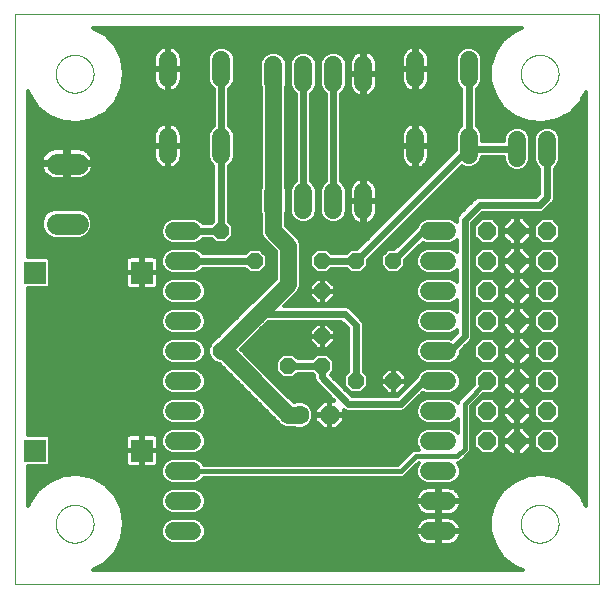
<source format=gtl>
G75*
%MOIN*%
%OFA0B0*%
%FSLAX25Y25*%
%IPPOS*%
%LPD*%
%AMOC8*
5,1,8,0,0,1.08239X$1,22.5*
%
%ADD10C,0.00000*%
%ADD11C,0.06000*%
%ADD12R,0.07600X0.07600*%
%ADD13C,0.07050*%
%ADD14OC8,0.05200*%
%ADD15OC8,0.06300*%
%ADD16C,0.06300*%
%ADD17OC8,0.06000*%
%ADD18C,0.01200*%
%ADD19C,0.02400*%
%ADD20C,0.05600*%
%ADD21C,0.01600*%
D10*
X0006600Y0001600D02*
X0006600Y0191561D01*
X0201551Y0191561D01*
X0201551Y0001600D01*
X0006600Y0001600D01*
X0020301Y0021600D02*
X0020303Y0021758D01*
X0020309Y0021916D01*
X0020319Y0022074D01*
X0020333Y0022232D01*
X0020351Y0022389D01*
X0020372Y0022546D01*
X0020398Y0022702D01*
X0020428Y0022858D01*
X0020461Y0023013D01*
X0020499Y0023166D01*
X0020540Y0023319D01*
X0020585Y0023471D01*
X0020634Y0023622D01*
X0020687Y0023771D01*
X0020743Y0023919D01*
X0020803Y0024065D01*
X0020867Y0024210D01*
X0020935Y0024353D01*
X0021006Y0024495D01*
X0021080Y0024635D01*
X0021158Y0024772D01*
X0021240Y0024908D01*
X0021324Y0025042D01*
X0021413Y0025173D01*
X0021504Y0025302D01*
X0021599Y0025429D01*
X0021696Y0025554D01*
X0021797Y0025676D01*
X0021901Y0025795D01*
X0022008Y0025912D01*
X0022118Y0026026D01*
X0022231Y0026137D01*
X0022346Y0026246D01*
X0022464Y0026351D01*
X0022585Y0026453D01*
X0022708Y0026553D01*
X0022834Y0026649D01*
X0022962Y0026742D01*
X0023092Y0026832D01*
X0023225Y0026918D01*
X0023360Y0027002D01*
X0023496Y0027081D01*
X0023635Y0027158D01*
X0023776Y0027230D01*
X0023918Y0027300D01*
X0024062Y0027365D01*
X0024208Y0027427D01*
X0024355Y0027485D01*
X0024504Y0027540D01*
X0024654Y0027591D01*
X0024805Y0027638D01*
X0024957Y0027681D01*
X0025110Y0027720D01*
X0025265Y0027756D01*
X0025420Y0027787D01*
X0025576Y0027815D01*
X0025732Y0027839D01*
X0025889Y0027859D01*
X0026047Y0027875D01*
X0026204Y0027887D01*
X0026363Y0027895D01*
X0026521Y0027899D01*
X0026679Y0027899D01*
X0026837Y0027895D01*
X0026996Y0027887D01*
X0027153Y0027875D01*
X0027311Y0027859D01*
X0027468Y0027839D01*
X0027624Y0027815D01*
X0027780Y0027787D01*
X0027935Y0027756D01*
X0028090Y0027720D01*
X0028243Y0027681D01*
X0028395Y0027638D01*
X0028546Y0027591D01*
X0028696Y0027540D01*
X0028845Y0027485D01*
X0028992Y0027427D01*
X0029138Y0027365D01*
X0029282Y0027300D01*
X0029424Y0027230D01*
X0029565Y0027158D01*
X0029704Y0027081D01*
X0029840Y0027002D01*
X0029975Y0026918D01*
X0030108Y0026832D01*
X0030238Y0026742D01*
X0030366Y0026649D01*
X0030492Y0026553D01*
X0030615Y0026453D01*
X0030736Y0026351D01*
X0030854Y0026246D01*
X0030969Y0026137D01*
X0031082Y0026026D01*
X0031192Y0025912D01*
X0031299Y0025795D01*
X0031403Y0025676D01*
X0031504Y0025554D01*
X0031601Y0025429D01*
X0031696Y0025302D01*
X0031787Y0025173D01*
X0031876Y0025042D01*
X0031960Y0024908D01*
X0032042Y0024772D01*
X0032120Y0024635D01*
X0032194Y0024495D01*
X0032265Y0024353D01*
X0032333Y0024210D01*
X0032397Y0024065D01*
X0032457Y0023919D01*
X0032513Y0023771D01*
X0032566Y0023622D01*
X0032615Y0023471D01*
X0032660Y0023319D01*
X0032701Y0023166D01*
X0032739Y0023013D01*
X0032772Y0022858D01*
X0032802Y0022702D01*
X0032828Y0022546D01*
X0032849Y0022389D01*
X0032867Y0022232D01*
X0032881Y0022074D01*
X0032891Y0021916D01*
X0032897Y0021758D01*
X0032899Y0021600D01*
X0032897Y0021442D01*
X0032891Y0021284D01*
X0032881Y0021126D01*
X0032867Y0020968D01*
X0032849Y0020811D01*
X0032828Y0020654D01*
X0032802Y0020498D01*
X0032772Y0020342D01*
X0032739Y0020187D01*
X0032701Y0020034D01*
X0032660Y0019881D01*
X0032615Y0019729D01*
X0032566Y0019578D01*
X0032513Y0019429D01*
X0032457Y0019281D01*
X0032397Y0019135D01*
X0032333Y0018990D01*
X0032265Y0018847D01*
X0032194Y0018705D01*
X0032120Y0018565D01*
X0032042Y0018428D01*
X0031960Y0018292D01*
X0031876Y0018158D01*
X0031787Y0018027D01*
X0031696Y0017898D01*
X0031601Y0017771D01*
X0031504Y0017646D01*
X0031403Y0017524D01*
X0031299Y0017405D01*
X0031192Y0017288D01*
X0031082Y0017174D01*
X0030969Y0017063D01*
X0030854Y0016954D01*
X0030736Y0016849D01*
X0030615Y0016747D01*
X0030492Y0016647D01*
X0030366Y0016551D01*
X0030238Y0016458D01*
X0030108Y0016368D01*
X0029975Y0016282D01*
X0029840Y0016198D01*
X0029704Y0016119D01*
X0029565Y0016042D01*
X0029424Y0015970D01*
X0029282Y0015900D01*
X0029138Y0015835D01*
X0028992Y0015773D01*
X0028845Y0015715D01*
X0028696Y0015660D01*
X0028546Y0015609D01*
X0028395Y0015562D01*
X0028243Y0015519D01*
X0028090Y0015480D01*
X0027935Y0015444D01*
X0027780Y0015413D01*
X0027624Y0015385D01*
X0027468Y0015361D01*
X0027311Y0015341D01*
X0027153Y0015325D01*
X0026996Y0015313D01*
X0026837Y0015305D01*
X0026679Y0015301D01*
X0026521Y0015301D01*
X0026363Y0015305D01*
X0026204Y0015313D01*
X0026047Y0015325D01*
X0025889Y0015341D01*
X0025732Y0015361D01*
X0025576Y0015385D01*
X0025420Y0015413D01*
X0025265Y0015444D01*
X0025110Y0015480D01*
X0024957Y0015519D01*
X0024805Y0015562D01*
X0024654Y0015609D01*
X0024504Y0015660D01*
X0024355Y0015715D01*
X0024208Y0015773D01*
X0024062Y0015835D01*
X0023918Y0015900D01*
X0023776Y0015970D01*
X0023635Y0016042D01*
X0023496Y0016119D01*
X0023360Y0016198D01*
X0023225Y0016282D01*
X0023092Y0016368D01*
X0022962Y0016458D01*
X0022834Y0016551D01*
X0022708Y0016647D01*
X0022585Y0016747D01*
X0022464Y0016849D01*
X0022346Y0016954D01*
X0022231Y0017063D01*
X0022118Y0017174D01*
X0022008Y0017288D01*
X0021901Y0017405D01*
X0021797Y0017524D01*
X0021696Y0017646D01*
X0021599Y0017771D01*
X0021504Y0017898D01*
X0021413Y0018027D01*
X0021324Y0018158D01*
X0021240Y0018292D01*
X0021158Y0018428D01*
X0021080Y0018565D01*
X0021006Y0018705D01*
X0020935Y0018847D01*
X0020867Y0018990D01*
X0020803Y0019135D01*
X0020743Y0019281D01*
X0020687Y0019429D01*
X0020634Y0019578D01*
X0020585Y0019729D01*
X0020540Y0019881D01*
X0020499Y0020034D01*
X0020461Y0020187D01*
X0020428Y0020342D01*
X0020398Y0020498D01*
X0020372Y0020654D01*
X0020351Y0020811D01*
X0020333Y0020968D01*
X0020319Y0021126D01*
X0020309Y0021284D01*
X0020303Y0021442D01*
X0020301Y0021600D01*
X0020301Y0171600D02*
X0020303Y0171758D01*
X0020309Y0171916D01*
X0020319Y0172074D01*
X0020333Y0172232D01*
X0020351Y0172389D01*
X0020372Y0172546D01*
X0020398Y0172702D01*
X0020428Y0172858D01*
X0020461Y0173013D01*
X0020499Y0173166D01*
X0020540Y0173319D01*
X0020585Y0173471D01*
X0020634Y0173622D01*
X0020687Y0173771D01*
X0020743Y0173919D01*
X0020803Y0174065D01*
X0020867Y0174210D01*
X0020935Y0174353D01*
X0021006Y0174495D01*
X0021080Y0174635D01*
X0021158Y0174772D01*
X0021240Y0174908D01*
X0021324Y0175042D01*
X0021413Y0175173D01*
X0021504Y0175302D01*
X0021599Y0175429D01*
X0021696Y0175554D01*
X0021797Y0175676D01*
X0021901Y0175795D01*
X0022008Y0175912D01*
X0022118Y0176026D01*
X0022231Y0176137D01*
X0022346Y0176246D01*
X0022464Y0176351D01*
X0022585Y0176453D01*
X0022708Y0176553D01*
X0022834Y0176649D01*
X0022962Y0176742D01*
X0023092Y0176832D01*
X0023225Y0176918D01*
X0023360Y0177002D01*
X0023496Y0177081D01*
X0023635Y0177158D01*
X0023776Y0177230D01*
X0023918Y0177300D01*
X0024062Y0177365D01*
X0024208Y0177427D01*
X0024355Y0177485D01*
X0024504Y0177540D01*
X0024654Y0177591D01*
X0024805Y0177638D01*
X0024957Y0177681D01*
X0025110Y0177720D01*
X0025265Y0177756D01*
X0025420Y0177787D01*
X0025576Y0177815D01*
X0025732Y0177839D01*
X0025889Y0177859D01*
X0026047Y0177875D01*
X0026204Y0177887D01*
X0026363Y0177895D01*
X0026521Y0177899D01*
X0026679Y0177899D01*
X0026837Y0177895D01*
X0026996Y0177887D01*
X0027153Y0177875D01*
X0027311Y0177859D01*
X0027468Y0177839D01*
X0027624Y0177815D01*
X0027780Y0177787D01*
X0027935Y0177756D01*
X0028090Y0177720D01*
X0028243Y0177681D01*
X0028395Y0177638D01*
X0028546Y0177591D01*
X0028696Y0177540D01*
X0028845Y0177485D01*
X0028992Y0177427D01*
X0029138Y0177365D01*
X0029282Y0177300D01*
X0029424Y0177230D01*
X0029565Y0177158D01*
X0029704Y0177081D01*
X0029840Y0177002D01*
X0029975Y0176918D01*
X0030108Y0176832D01*
X0030238Y0176742D01*
X0030366Y0176649D01*
X0030492Y0176553D01*
X0030615Y0176453D01*
X0030736Y0176351D01*
X0030854Y0176246D01*
X0030969Y0176137D01*
X0031082Y0176026D01*
X0031192Y0175912D01*
X0031299Y0175795D01*
X0031403Y0175676D01*
X0031504Y0175554D01*
X0031601Y0175429D01*
X0031696Y0175302D01*
X0031787Y0175173D01*
X0031876Y0175042D01*
X0031960Y0174908D01*
X0032042Y0174772D01*
X0032120Y0174635D01*
X0032194Y0174495D01*
X0032265Y0174353D01*
X0032333Y0174210D01*
X0032397Y0174065D01*
X0032457Y0173919D01*
X0032513Y0173771D01*
X0032566Y0173622D01*
X0032615Y0173471D01*
X0032660Y0173319D01*
X0032701Y0173166D01*
X0032739Y0173013D01*
X0032772Y0172858D01*
X0032802Y0172702D01*
X0032828Y0172546D01*
X0032849Y0172389D01*
X0032867Y0172232D01*
X0032881Y0172074D01*
X0032891Y0171916D01*
X0032897Y0171758D01*
X0032899Y0171600D01*
X0032897Y0171442D01*
X0032891Y0171284D01*
X0032881Y0171126D01*
X0032867Y0170968D01*
X0032849Y0170811D01*
X0032828Y0170654D01*
X0032802Y0170498D01*
X0032772Y0170342D01*
X0032739Y0170187D01*
X0032701Y0170034D01*
X0032660Y0169881D01*
X0032615Y0169729D01*
X0032566Y0169578D01*
X0032513Y0169429D01*
X0032457Y0169281D01*
X0032397Y0169135D01*
X0032333Y0168990D01*
X0032265Y0168847D01*
X0032194Y0168705D01*
X0032120Y0168565D01*
X0032042Y0168428D01*
X0031960Y0168292D01*
X0031876Y0168158D01*
X0031787Y0168027D01*
X0031696Y0167898D01*
X0031601Y0167771D01*
X0031504Y0167646D01*
X0031403Y0167524D01*
X0031299Y0167405D01*
X0031192Y0167288D01*
X0031082Y0167174D01*
X0030969Y0167063D01*
X0030854Y0166954D01*
X0030736Y0166849D01*
X0030615Y0166747D01*
X0030492Y0166647D01*
X0030366Y0166551D01*
X0030238Y0166458D01*
X0030108Y0166368D01*
X0029975Y0166282D01*
X0029840Y0166198D01*
X0029704Y0166119D01*
X0029565Y0166042D01*
X0029424Y0165970D01*
X0029282Y0165900D01*
X0029138Y0165835D01*
X0028992Y0165773D01*
X0028845Y0165715D01*
X0028696Y0165660D01*
X0028546Y0165609D01*
X0028395Y0165562D01*
X0028243Y0165519D01*
X0028090Y0165480D01*
X0027935Y0165444D01*
X0027780Y0165413D01*
X0027624Y0165385D01*
X0027468Y0165361D01*
X0027311Y0165341D01*
X0027153Y0165325D01*
X0026996Y0165313D01*
X0026837Y0165305D01*
X0026679Y0165301D01*
X0026521Y0165301D01*
X0026363Y0165305D01*
X0026204Y0165313D01*
X0026047Y0165325D01*
X0025889Y0165341D01*
X0025732Y0165361D01*
X0025576Y0165385D01*
X0025420Y0165413D01*
X0025265Y0165444D01*
X0025110Y0165480D01*
X0024957Y0165519D01*
X0024805Y0165562D01*
X0024654Y0165609D01*
X0024504Y0165660D01*
X0024355Y0165715D01*
X0024208Y0165773D01*
X0024062Y0165835D01*
X0023918Y0165900D01*
X0023776Y0165970D01*
X0023635Y0166042D01*
X0023496Y0166119D01*
X0023360Y0166198D01*
X0023225Y0166282D01*
X0023092Y0166368D01*
X0022962Y0166458D01*
X0022834Y0166551D01*
X0022708Y0166647D01*
X0022585Y0166747D01*
X0022464Y0166849D01*
X0022346Y0166954D01*
X0022231Y0167063D01*
X0022118Y0167174D01*
X0022008Y0167288D01*
X0021901Y0167405D01*
X0021797Y0167524D01*
X0021696Y0167646D01*
X0021599Y0167771D01*
X0021504Y0167898D01*
X0021413Y0168027D01*
X0021324Y0168158D01*
X0021240Y0168292D01*
X0021158Y0168428D01*
X0021080Y0168565D01*
X0021006Y0168705D01*
X0020935Y0168847D01*
X0020867Y0168990D01*
X0020803Y0169135D01*
X0020743Y0169281D01*
X0020687Y0169429D01*
X0020634Y0169578D01*
X0020585Y0169729D01*
X0020540Y0169881D01*
X0020499Y0170034D01*
X0020461Y0170187D01*
X0020428Y0170342D01*
X0020398Y0170498D01*
X0020372Y0170654D01*
X0020351Y0170811D01*
X0020333Y0170968D01*
X0020319Y0171126D01*
X0020309Y0171284D01*
X0020303Y0171442D01*
X0020301Y0171600D01*
X0175301Y0171600D02*
X0175303Y0171758D01*
X0175309Y0171916D01*
X0175319Y0172074D01*
X0175333Y0172232D01*
X0175351Y0172389D01*
X0175372Y0172546D01*
X0175398Y0172702D01*
X0175428Y0172858D01*
X0175461Y0173013D01*
X0175499Y0173166D01*
X0175540Y0173319D01*
X0175585Y0173471D01*
X0175634Y0173622D01*
X0175687Y0173771D01*
X0175743Y0173919D01*
X0175803Y0174065D01*
X0175867Y0174210D01*
X0175935Y0174353D01*
X0176006Y0174495D01*
X0176080Y0174635D01*
X0176158Y0174772D01*
X0176240Y0174908D01*
X0176324Y0175042D01*
X0176413Y0175173D01*
X0176504Y0175302D01*
X0176599Y0175429D01*
X0176696Y0175554D01*
X0176797Y0175676D01*
X0176901Y0175795D01*
X0177008Y0175912D01*
X0177118Y0176026D01*
X0177231Y0176137D01*
X0177346Y0176246D01*
X0177464Y0176351D01*
X0177585Y0176453D01*
X0177708Y0176553D01*
X0177834Y0176649D01*
X0177962Y0176742D01*
X0178092Y0176832D01*
X0178225Y0176918D01*
X0178360Y0177002D01*
X0178496Y0177081D01*
X0178635Y0177158D01*
X0178776Y0177230D01*
X0178918Y0177300D01*
X0179062Y0177365D01*
X0179208Y0177427D01*
X0179355Y0177485D01*
X0179504Y0177540D01*
X0179654Y0177591D01*
X0179805Y0177638D01*
X0179957Y0177681D01*
X0180110Y0177720D01*
X0180265Y0177756D01*
X0180420Y0177787D01*
X0180576Y0177815D01*
X0180732Y0177839D01*
X0180889Y0177859D01*
X0181047Y0177875D01*
X0181204Y0177887D01*
X0181363Y0177895D01*
X0181521Y0177899D01*
X0181679Y0177899D01*
X0181837Y0177895D01*
X0181996Y0177887D01*
X0182153Y0177875D01*
X0182311Y0177859D01*
X0182468Y0177839D01*
X0182624Y0177815D01*
X0182780Y0177787D01*
X0182935Y0177756D01*
X0183090Y0177720D01*
X0183243Y0177681D01*
X0183395Y0177638D01*
X0183546Y0177591D01*
X0183696Y0177540D01*
X0183845Y0177485D01*
X0183992Y0177427D01*
X0184138Y0177365D01*
X0184282Y0177300D01*
X0184424Y0177230D01*
X0184565Y0177158D01*
X0184704Y0177081D01*
X0184840Y0177002D01*
X0184975Y0176918D01*
X0185108Y0176832D01*
X0185238Y0176742D01*
X0185366Y0176649D01*
X0185492Y0176553D01*
X0185615Y0176453D01*
X0185736Y0176351D01*
X0185854Y0176246D01*
X0185969Y0176137D01*
X0186082Y0176026D01*
X0186192Y0175912D01*
X0186299Y0175795D01*
X0186403Y0175676D01*
X0186504Y0175554D01*
X0186601Y0175429D01*
X0186696Y0175302D01*
X0186787Y0175173D01*
X0186876Y0175042D01*
X0186960Y0174908D01*
X0187042Y0174772D01*
X0187120Y0174635D01*
X0187194Y0174495D01*
X0187265Y0174353D01*
X0187333Y0174210D01*
X0187397Y0174065D01*
X0187457Y0173919D01*
X0187513Y0173771D01*
X0187566Y0173622D01*
X0187615Y0173471D01*
X0187660Y0173319D01*
X0187701Y0173166D01*
X0187739Y0173013D01*
X0187772Y0172858D01*
X0187802Y0172702D01*
X0187828Y0172546D01*
X0187849Y0172389D01*
X0187867Y0172232D01*
X0187881Y0172074D01*
X0187891Y0171916D01*
X0187897Y0171758D01*
X0187899Y0171600D01*
X0187897Y0171442D01*
X0187891Y0171284D01*
X0187881Y0171126D01*
X0187867Y0170968D01*
X0187849Y0170811D01*
X0187828Y0170654D01*
X0187802Y0170498D01*
X0187772Y0170342D01*
X0187739Y0170187D01*
X0187701Y0170034D01*
X0187660Y0169881D01*
X0187615Y0169729D01*
X0187566Y0169578D01*
X0187513Y0169429D01*
X0187457Y0169281D01*
X0187397Y0169135D01*
X0187333Y0168990D01*
X0187265Y0168847D01*
X0187194Y0168705D01*
X0187120Y0168565D01*
X0187042Y0168428D01*
X0186960Y0168292D01*
X0186876Y0168158D01*
X0186787Y0168027D01*
X0186696Y0167898D01*
X0186601Y0167771D01*
X0186504Y0167646D01*
X0186403Y0167524D01*
X0186299Y0167405D01*
X0186192Y0167288D01*
X0186082Y0167174D01*
X0185969Y0167063D01*
X0185854Y0166954D01*
X0185736Y0166849D01*
X0185615Y0166747D01*
X0185492Y0166647D01*
X0185366Y0166551D01*
X0185238Y0166458D01*
X0185108Y0166368D01*
X0184975Y0166282D01*
X0184840Y0166198D01*
X0184704Y0166119D01*
X0184565Y0166042D01*
X0184424Y0165970D01*
X0184282Y0165900D01*
X0184138Y0165835D01*
X0183992Y0165773D01*
X0183845Y0165715D01*
X0183696Y0165660D01*
X0183546Y0165609D01*
X0183395Y0165562D01*
X0183243Y0165519D01*
X0183090Y0165480D01*
X0182935Y0165444D01*
X0182780Y0165413D01*
X0182624Y0165385D01*
X0182468Y0165361D01*
X0182311Y0165341D01*
X0182153Y0165325D01*
X0181996Y0165313D01*
X0181837Y0165305D01*
X0181679Y0165301D01*
X0181521Y0165301D01*
X0181363Y0165305D01*
X0181204Y0165313D01*
X0181047Y0165325D01*
X0180889Y0165341D01*
X0180732Y0165361D01*
X0180576Y0165385D01*
X0180420Y0165413D01*
X0180265Y0165444D01*
X0180110Y0165480D01*
X0179957Y0165519D01*
X0179805Y0165562D01*
X0179654Y0165609D01*
X0179504Y0165660D01*
X0179355Y0165715D01*
X0179208Y0165773D01*
X0179062Y0165835D01*
X0178918Y0165900D01*
X0178776Y0165970D01*
X0178635Y0166042D01*
X0178496Y0166119D01*
X0178360Y0166198D01*
X0178225Y0166282D01*
X0178092Y0166368D01*
X0177962Y0166458D01*
X0177834Y0166551D01*
X0177708Y0166647D01*
X0177585Y0166747D01*
X0177464Y0166849D01*
X0177346Y0166954D01*
X0177231Y0167063D01*
X0177118Y0167174D01*
X0177008Y0167288D01*
X0176901Y0167405D01*
X0176797Y0167524D01*
X0176696Y0167646D01*
X0176599Y0167771D01*
X0176504Y0167898D01*
X0176413Y0168027D01*
X0176324Y0168158D01*
X0176240Y0168292D01*
X0176158Y0168428D01*
X0176080Y0168565D01*
X0176006Y0168705D01*
X0175935Y0168847D01*
X0175867Y0168990D01*
X0175803Y0169135D01*
X0175743Y0169281D01*
X0175687Y0169429D01*
X0175634Y0169578D01*
X0175585Y0169729D01*
X0175540Y0169881D01*
X0175499Y0170034D01*
X0175461Y0170187D01*
X0175428Y0170342D01*
X0175398Y0170498D01*
X0175372Y0170654D01*
X0175351Y0170811D01*
X0175333Y0170968D01*
X0175319Y0171126D01*
X0175309Y0171284D01*
X0175303Y0171442D01*
X0175301Y0171600D01*
X0175301Y0021600D02*
X0175303Y0021758D01*
X0175309Y0021916D01*
X0175319Y0022074D01*
X0175333Y0022232D01*
X0175351Y0022389D01*
X0175372Y0022546D01*
X0175398Y0022702D01*
X0175428Y0022858D01*
X0175461Y0023013D01*
X0175499Y0023166D01*
X0175540Y0023319D01*
X0175585Y0023471D01*
X0175634Y0023622D01*
X0175687Y0023771D01*
X0175743Y0023919D01*
X0175803Y0024065D01*
X0175867Y0024210D01*
X0175935Y0024353D01*
X0176006Y0024495D01*
X0176080Y0024635D01*
X0176158Y0024772D01*
X0176240Y0024908D01*
X0176324Y0025042D01*
X0176413Y0025173D01*
X0176504Y0025302D01*
X0176599Y0025429D01*
X0176696Y0025554D01*
X0176797Y0025676D01*
X0176901Y0025795D01*
X0177008Y0025912D01*
X0177118Y0026026D01*
X0177231Y0026137D01*
X0177346Y0026246D01*
X0177464Y0026351D01*
X0177585Y0026453D01*
X0177708Y0026553D01*
X0177834Y0026649D01*
X0177962Y0026742D01*
X0178092Y0026832D01*
X0178225Y0026918D01*
X0178360Y0027002D01*
X0178496Y0027081D01*
X0178635Y0027158D01*
X0178776Y0027230D01*
X0178918Y0027300D01*
X0179062Y0027365D01*
X0179208Y0027427D01*
X0179355Y0027485D01*
X0179504Y0027540D01*
X0179654Y0027591D01*
X0179805Y0027638D01*
X0179957Y0027681D01*
X0180110Y0027720D01*
X0180265Y0027756D01*
X0180420Y0027787D01*
X0180576Y0027815D01*
X0180732Y0027839D01*
X0180889Y0027859D01*
X0181047Y0027875D01*
X0181204Y0027887D01*
X0181363Y0027895D01*
X0181521Y0027899D01*
X0181679Y0027899D01*
X0181837Y0027895D01*
X0181996Y0027887D01*
X0182153Y0027875D01*
X0182311Y0027859D01*
X0182468Y0027839D01*
X0182624Y0027815D01*
X0182780Y0027787D01*
X0182935Y0027756D01*
X0183090Y0027720D01*
X0183243Y0027681D01*
X0183395Y0027638D01*
X0183546Y0027591D01*
X0183696Y0027540D01*
X0183845Y0027485D01*
X0183992Y0027427D01*
X0184138Y0027365D01*
X0184282Y0027300D01*
X0184424Y0027230D01*
X0184565Y0027158D01*
X0184704Y0027081D01*
X0184840Y0027002D01*
X0184975Y0026918D01*
X0185108Y0026832D01*
X0185238Y0026742D01*
X0185366Y0026649D01*
X0185492Y0026553D01*
X0185615Y0026453D01*
X0185736Y0026351D01*
X0185854Y0026246D01*
X0185969Y0026137D01*
X0186082Y0026026D01*
X0186192Y0025912D01*
X0186299Y0025795D01*
X0186403Y0025676D01*
X0186504Y0025554D01*
X0186601Y0025429D01*
X0186696Y0025302D01*
X0186787Y0025173D01*
X0186876Y0025042D01*
X0186960Y0024908D01*
X0187042Y0024772D01*
X0187120Y0024635D01*
X0187194Y0024495D01*
X0187265Y0024353D01*
X0187333Y0024210D01*
X0187397Y0024065D01*
X0187457Y0023919D01*
X0187513Y0023771D01*
X0187566Y0023622D01*
X0187615Y0023471D01*
X0187660Y0023319D01*
X0187701Y0023166D01*
X0187739Y0023013D01*
X0187772Y0022858D01*
X0187802Y0022702D01*
X0187828Y0022546D01*
X0187849Y0022389D01*
X0187867Y0022232D01*
X0187881Y0022074D01*
X0187891Y0021916D01*
X0187897Y0021758D01*
X0187899Y0021600D01*
X0187897Y0021442D01*
X0187891Y0021284D01*
X0187881Y0021126D01*
X0187867Y0020968D01*
X0187849Y0020811D01*
X0187828Y0020654D01*
X0187802Y0020498D01*
X0187772Y0020342D01*
X0187739Y0020187D01*
X0187701Y0020034D01*
X0187660Y0019881D01*
X0187615Y0019729D01*
X0187566Y0019578D01*
X0187513Y0019429D01*
X0187457Y0019281D01*
X0187397Y0019135D01*
X0187333Y0018990D01*
X0187265Y0018847D01*
X0187194Y0018705D01*
X0187120Y0018565D01*
X0187042Y0018428D01*
X0186960Y0018292D01*
X0186876Y0018158D01*
X0186787Y0018027D01*
X0186696Y0017898D01*
X0186601Y0017771D01*
X0186504Y0017646D01*
X0186403Y0017524D01*
X0186299Y0017405D01*
X0186192Y0017288D01*
X0186082Y0017174D01*
X0185969Y0017063D01*
X0185854Y0016954D01*
X0185736Y0016849D01*
X0185615Y0016747D01*
X0185492Y0016647D01*
X0185366Y0016551D01*
X0185238Y0016458D01*
X0185108Y0016368D01*
X0184975Y0016282D01*
X0184840Y0016198D01*
X0184704Y0016119D01*
X0184565Y0016042D01*
X0184424Y0015970D01*
X0184282Y0015900D01*
X0184138Y0015835D01*
X0183992Y0015773D01*
X0183845Y0015715D01*
X0183696Y0015660D01*
X0183546Y0015609D01*
X0183395Y0015562D01*
X0183243Y0015519D01*
X0183090Y0015480D01*
X0182935Y0015444D01*
X0182780Y0015413D01*
X0182624Y0015385D01*
X0182468Y0015361D01*
X0182311Y0015341D01*
X0182153Y0015325D01*
X0181996Y0015313D01*
X0181837Y0015305D01*
X0181679Y0015301D01*
X0181521Y0015301D01*
X0181363Y0015305D01*
X0181204Y0015313D01*
X0181047Y0015325D01*
X0180889Y0015341D01*
X0180732Y0015361D01*
X0180576Y0015385D01*
X0180420Y0015413D01*
X0180265Y0015444D01*
X0180110Y0015480D01*
X0179957Y0015519D01*
X0179805Y0015562D01*
X0179654Y0015609D01*
X0179504Y0015660D01*
X0179355Y0015715D01*
X0179208Y0015773D01*
X0179062Y0015835D01*
X0178918Y0015900D01*
X0178776Y0015970D01*
X0178635Y0016042D01*
X0178496Y0016119D01*
X0178360Y0016198D01*
X0178225Y0016282D01*
X0178092Y0016368D01*
X0177962Y0016458D01*
X0177834Y0016551D01*
X0177708Y0016647D01*
X0177585Y0016747D01*
X0177464Y0016849D01*
X0177346Y0016954D01*
X0177231Y0017063D01*
X0177118Y0017174D01*
X0177008Y0017288D01*
X0176901Y0017405D01*
X0176797Y0017524D01*
X0176696Y0017646D01*
X0176599Y0017771D01*
X0176504Y0017898D01*
X0176413Y0018027D01*
X0176324Y0018158D01*
X0176240Y0018292D01*
X0176158Y0018428D01*
X0176080Y0018565D01*
X0176006Y0018705D01*
X0175935Y0018847D01*
X0175867Y0018990D01*
X0175803Y0019135D01*
X0175743Y0019281D01*
X0175687Y0019429D01*
X0175634Y0019578D01*
X0175585Y0019729D01*
X0175540Y0019881D01*
X0175499Y0020034D01*
X0175461Y0020187D01*
X0175428Y0020342D01*
X0175398Y0020498D01*
X0175372Y0020654D01*
X0175351Y0020811D01*
X0175333Y0020968D01*
X0175319Y0021126D01*
X0175309Y0021284D01*
X0175303Y0021442D01*
X0175301Y0021600D01*
D11*
X0150850Y0019100D02*
X0144850Y0019100D01*
X0144850Y0029100D02*
X0150850Y0029100D01*
X0150850Y0039100D02*
X0144850Y0039100D01*
X0144850Y0049100D02*
X0150850Y0049100D01*
X0150850Y0059100D02*
X0144850Y0059100D01*
X0144850Y0069100D02*
X0150850Y0069100D01*
X0150850Y0079100D02*
X0144850Y0079100D01*
X0144850Y0089100D02*
X0150850Y0089100D01*
X0150850Y0099100D02*
X0144850Y0099100D01*
X0144850Y0109100D02*
X0150850Y0109100D01*
X0150850Y0119100D02*
X0144850Y0119100D01*
X0122850Y0126100D02*
X0122850Y0132100D01*
X0112850Y0132100D02*
X0112850Y0126100D01*
X0102850Y0126100D02*
X0102850Y0132100D01*
X0092850Y0132100D02*
X0092850Y0126100D01*
X0075500Y0144550D02*
X0075500Y0150550D01*
X0057700Y0150550D02*
X0057700Y0144550D01*
X0059850Y0119100D02*
X0065850Y0119100D01*
X0065850Y0109100D02*
X0059850Y0109100D01*
X0059850Y0099100D02*
X0065850Y0099100D01*
X0065850Y0089100D02*
X0059850Y0089100D01*
X0059850Y0079100D02*
X0065850Y0079100D01*
X0065850Y0069100D02*
X0059850Y0069100D01*
X0059850Y0059100D02*
X0065850Y0059100D01*
X0065850Y0049100D02*
X0059850Y0049100D01*
X0059850Y0039100D02*
X0065850Y0039100D01*
X0065850Y0029100D02*
X0059850Y0029100D01*
X0059850Y0019100D02*
X0065850Y0019100D01*
X0140200Y0144550D02*
X0140200Y0150550D01*
X0158000Y0150550D02*
X0158000Y0144550D01*
X0174100Y0143600D02*
X0174100Y0149600D01*
X0184100Y0149600D02*
X0184100Y0143600D01*
X0158000Y0170150D02*
X0158000Y0176150D01*
X0140200Y0176150D02*
X0140200Y0170150D01*
X0122850Y0168600D02*
X0122850Y0174600D01*
X0112850Y0174600D02*
X0112850Y0168600D01*
X0102850Y0168600D02*
X0102850Y0174600D01*
X0092850Y0174600D02*
X0092850Y0168600D01*
X0075500Y0170150D02*
X0075500Y0176150D01*
X0057700Y0176150D02*
X0057700Y0170150D01*
D12*
X0049050Y0105300D03*
X0013343Y0105300D03*
X0013343Y0045971D03*
X0049050Y0045971D03*
D13*
X0027625Y0121600D02*
X0020575Y0121600D01*
X0020575Y0141600D02*
X0027625Y0141600D01*
D14*
X0075350Y0119100D03*
X0086600Y0109100D03*
X0097850Y0114100D03*
X0109100Y0109100D03*
X0109100Y0099100D03*
X0120350Y0109100D03*
X0132850Y0109100D03*
X0109100Y0084100D03*
X0109100Y0074100D03*
X0097850Y0074100D03*
X0086600Y0069100D03*
X0075350Y0079100D03*
X0120350Y0069100D03*
X0132850Y0069100D03*
D15*
X0111600Y0057850D03*
D16*
X0101600Y0057850D03*
D17*
X0164100Y0059100D03*
X0164100Y0049100D03*
X0174100Y0049100D03*
X0174100Y0049100D03*
X0174100Y0059100D03*
X0174100Y0059100D03*
X0174100Y0069100D03*
X0174100Y0069100D03*
X0174100Y0079100D03*
X0174100Y0079100D03*
X0164100Y0079100D03*
X0164100Y0069100D03*
X0184100Y0069100D03*
X0184100Y0059100D03*
X0184100Y0049100D03*
X0184100Y0079100D03*
X0184100Y0089100D03*
X0184100Y0099100D03*
X0184100Y0109100D03*
X0184100Y0119100D03*
X0174100Y0119100D03*
X0174100Y0119100D03*
X0174100Y0109100D03*
X0174100Y0109100D03*
X0174100Y0099100D03*
X0174100Y0099100D03*
X0174100Y0089100D03*
X0174100Y0089100D03*
X0164100Y0089100D03*
X0164100Y0099100D03*
X0164100Y0109100D03*
X0164100Y0119100D03*
D18*
X0168500Y0119054D02*
X0173700Y0119054D01*
X0173700Y0118700D02*
X0169500Y0118700D01*
X0169500Y0117195D01*
X0172195Y0114500D01*
X0173700Y0114500D01*
X0173700Y0118700D01*
X0173700Y0119500D01*
X0173700Y0123700D01*
X0172195Y0123700D01*
X0169500Y0121005D01*
X0169500Y0119500D01*
X0173700Y0119500D01*
X0174500Y0119500D01*
X0174500Y0123700D01*
X0176005Y0123700D01*
X0178700Y0121005D01*
X0178700Y0119500D01*
X0174500Y0119500D01*
X0174500Y0118700D01*
X0178700Y0118700D01*
X0178700Y0117195D01*
X0176005Y0114500D01*
X0174500Y0114500D01*
X0174500Y0118700D01*
X0173700Y0118700D01*
X0173700Y0117856D02*
X0174500Y0117856D01*
X0174500Y0119054D02*
X0179700Y0119054D01*
X0179700Y0117856D02*
X0178700Y0117856D01*
X0179700Y0117277D02*
X0182277Y0114700D01*
X0185923Y0114700D01*
X0188500Y0117277D01*
X0188500Y0120923D01*
X0185923Y0123500D01*
X0182277Y0123500D01*
X0179700Y0120923D01*
X0179700Y0117277D01*
X0180320Y0116657D02*
X0178162Y0116657D01*
X0176964Y0115459D02*
X0181519Y0115459D01*
X0182277Y0113500D02*
X0179700Y0110923D01*
X0179700Y0107277D01*
X0182277Y0104700D01*
X0185923Y0104700D01*
X0188500Y0107277D01*
X0188500Y0110923D01*
X0185923Y0113500D01*
X0182277Y0113500D01*
X0181839Y0113062D02*
X0176644Y0113062D01*
X0176005Y0113700D02*
X0174500Y0113700D01*
X0174500Y0109500D01*
X0173700Y0109500D01*
X0173700Y0113700D01*
X0172195Y0113700D01*
X0169500Y0111005D01*
X0169500Y0109500D01*
X0173700Y0109500D01*
X0173700Y0108700D01*
X0169500Y0108700D01*
X0169500Y0107195D01*
X0172195Y0104500D01*
X0173700Y0104500D01*
X0173700Y0108700D01*
X0174500Y0108700D01*
X0174500Y0109500D01*
X0178700Y0109500D01*
X0178700Y0111005D01*
X0176005Y0113700D01*
X0174500Y0113062D02*
X0173700Y0113062D01*
X0173700Y0111863D02*
X0174500Y0111863D01*
X0174500Y0110665D02*
X0173700Y0110665D01*
X0173700Y0109466D02*
X0168500Y0109466D01*
X0168500Y0108268D02*
X0169500Y0108268D01*
X0169626Y0107069D02*
X0168292Y0107069D01*
X0168500Y0107277D02*
X0165923Y0104700D01*
X0162277Y0104700D01*
X0159700Y0107277D01*
X0159700Y0110923D01*
X0162277Y0113500D01*
X0165923Y0113500D01*
X0168500Y0110923D01*
X0168500Y0107277D01*
X0167093Y0105870D02*
X0170824Y0105870D01*
X0172023Y0104672D02*
X0159200Y0104672D01*
X0159200Y0105870D02*
X0161107Y0105870D01*
X0159908Y0107069D02*
X0159200Y0107069D01*
X0159200Y0108268D02*
X0159700Y0108268D01*
X0159700Y0109466D02*
X0159200Y0109466D01*
X0159200Y0110665D02*
X0159700Y0110665D01*
X0159200Y0111863D02*
X0160641Y0111863D01*
X0161839Y0113062D02*
X0159200Y0113062D01*
X0159200Y0114260D02*
X0196951Y0114260D01*
X0196951Y0113062D02*
X0186361Y0113062D01*
X0187559Y0111863D02*
X0196951Y0111863D01*
X0196951Y0110665D02*
X0188500Y0110665D01*
X0188500Y0109466D02*
X0196951Y0109466D01*
X0196951Y0108268D02*
X0188500Y0108268D01*
X0188292Y0107069D02*
X0196951Y0107069D01*
X0196951Y0105870D02*
X0187093Y0105870D01*
X0185923Y0103500D02*
X0182277Y0103500D01*
X0179700Y0100923D01*
X0179700Y0097277D01*
X0182277Y0094700D01*
X0185923Y0094700D01*
X0188500Y0097277D01*
X0188500Y0100923D01*
X0185923Y0103500D01*
X0185949Y0103473D02*
X0196951Y0103473D01*
X0196951Y0102275D02*
X0187148Y0102275D01*
X0188346Y0101076D02*
X0196951Y0101076D01*
X0196951Y0099878D02*
X0188500Y0099878D01*
X0188500Y0098679D02*
X0196951Y0098679D01*
X0196951Y0097481D02*
X0188500Y0097481D01*
X0187505Y0096282D02*
X0196951Y0096282D01*
X0196951Y0095084D02*
X0186306Y0095084D01*
X0185923Y0093500D02*
X0182277Y0093500D01*
X0179700Y0090923D01*
X0179700Y0087277D01*
X0182277Y0084700D01*
X0185923Y0084700D01*
X0188500Y0087277D01*
X0188500Y0090923D01*
X0185923Y0093500D01*
X0186736Y0092687D02*
X0196951Y0092687D01*
X0196951Y0093885D02*
X0159200Y0093885D01*
X0159200Y0092687D02*
X0161464Y0092687D01*
X0162277Y0093500D02*
X0159700Y0090923D01*
X0159700Y0087277D01*
X0162277Y0084700D01*
X0165923Y0084700D01*
X0168500Y0087277D01*
X0168500Y0090923D01*
X0165923Y0093500D01*
X0162277Y0093500D01*
X0162277Y0094700D02*
X0165923Y0094700D01*
X0168500Y0097277D01*
X0168500Y0100923D01*
X0165923Y0103500D01*
X0162277Y0103500D01*
X0159700Y0100923D01*
X0159700Y0097277D01*
X0162277Y0094700D01*
X0161894Y0095084D02*
X0159200Y0095084D01*
X0159200Y0096282D02*
X0160695Y0096282D01*
X0159700Y0097481D02*
X0159200Y0097481D01*
X0159200Y0098679D02*
X0159700Y0098679D01*
X0159700Y0099878D02*
X0159200Y0099878D01*
X0159200Y0101076D02*
X0159854Y0101076D01*
X0159200Y0102275D02*
X0161052Y0102275D01*
X0162251Y0103473D02*
X0159200Y0103473D01*
X0154000Y0103473D02*
X0151789Y0103473D01*
X0151725Y0103500D02*
X0143975Y0103500D01*
X0142358Y0102830D01*
X0141120Y0101592D01*
X0140450Y0099975D01*
X0140450Y0098225D01*
X0141120Y0096608D01*
X0142358Y0095370D01*
X0143975Y0094700D01*
X0151725Y0094700D01*
X0153342Y0095370D01*
X0154000Y0096027D01*
X0154000Y0092173D01*
X0153342Y0092830D01*
X0151725Y0093500D01*
X0143975Y0093500D01*
X0142358Y0092830D01*
X0141120Y0091592D01*
X0140450Y0089975D01*
X0140450Y0088225D01*
X0141120Y0086608D01*
X0142358Y0085370D01*
X0143975Y0084700D01*
X0151725Y0084700D01*
X0153342Y0085370D01*
X0154000Y0086027D01*
X0154000Y0085177D01*
X0152148Y0083325D01*
X0151725Y0083500D01*
X0143975Y0083500D01*
X0142358Y0082830D01*
X0141120Y0081592D01*
X0140450Y0079975D01*
X0140450Y0078225D01*
X0141120Y0076608D01*
X0142358Y0075370D01*
X0143975Y0074700D01*
X0151725Y0074700D01*
X0153342Y0075370D01*
X0154580Y0076608D01*
X0155250Y0078225D01*
X0155250Y0079073D01*
X0158804Y0082627D01*
X0159200Y0083583D01*
X0159200Y0121773D01*
X0162677Y0125250D01*
X0182117Y0125250D01*
X0183073Y0125646D01*
X0183804Y0126377D01*
X0186304Y0128877D01*
X0186700Y0129833D01*
X0186700Y0139977D01*
X0187830Y0141108D01*
X0188500Y0142725D01*
X0188500Y0150475D01*
X0187830Y0152092D01*
X0186592Y0153330D01*
X0184975Y0154000D01*
X0183225Y0154000D01*
X0181608Y0153330D01*
X0180370Y0152092D01*
X0179700Y0150475D01*
X0179700Y0142725D01*
X0180370Y0141108D01*
X0181500Y0139977D01*
X0181500Y0131427D01*
X0180523Y0130450D01*
X0161083Y0130450D01*
X0160127Y0130054D01*
X0155127Y0125054D01*
X0154396Y0124323D01*
X0154000Y0123367D01*
X0154000Y0122173D01*
X0153342Y0122830D01*
X0151725Y0123500D01*
X0143975Y0123500D01*
X0142358Y0122830D01*
X0141120Y0121592D01*
X0140734Y0120661D01*
X0133173Y0113100D01*
X0131193Y0113100D01*
X0128850Y0110757D01*
X0128850Y0107443D01*
X0131193Y0105100D01*
X0134507Y0105100D01*
X0136850Y0107443D01*
X0136850Y0109423D01*
X0142668Y0115241D01*
X0143975Y0114700D01*
X0151725Y0114700D01*
X0153342Y0115370D01*
X0154000Y0116027D01*
X0154000Y0112173D01*
X0153342Y0112830D01*
X0151725Y0113500D01*
X0143975Y0113500D01*
X0142358Y0112830D01*
X0141120Y0111592D01*
X0140450Y0109975D01*
X0140450Y0108225D01*
X0141120Y0106608D01*
X0142358Y0105370D01*
X0143975Y0104700D01*
X0151725Y0104700D01*
X0153342Y0105370D01*
X0154000Y0106027D01*
X0154000Y0102173D01*
X0153342Y0102830D01*
X0151725Y0103500D01*
X0153898Y0102275D02*
X0154000Y0102275D01*
X0154000Y0104672D02*
X0102050Y0104672D01*
X0102050Y0105870D02*
X0106673Y0105870D01*
X0107443Y0105100D02*
X0110757Y0105100D01*
X0112157Y0106500D01*
X0117293Y0106500D01*
X0118693Y0105100D01*
X0122007Y0105100D01*
X0124350Y0107443D01*
X0124350Y0109423D01*
X0155677Y0140750D01*
X0157125Y0140150D01*
X0158875Y0140150D01*
X0160492Y0140820D01*
X0161730Y0142058D01*
X0162400Y0143675D01*
X0162400Y0144000D01*
X0169700Y0144000D01*
X0169700Y0142725D01*
X0170370Y0141108D01*
X0171608Y0139870D01*
X0173225Y0139200D01*
X0174975Y0139200D01*
X0176592Y0139870D01*
X0177830Y0141108D01*
X0178500Y0142725D01*
X0178500Y0150475D01*
X0177830Y0152092D01*
X0176592Y0153330D01*
X0174975Y0154000D01*
X0173225Y0154000D01*
X0171608Y0153330D01*
X0170370Y0152092D01*
X0169700Y0150475D01*
X0169700Y0149200D01*
X0162400Y0149200D01*
X0162400Y0151425D01*
X0161730Y0153042D01*
X0160600Y0154173D01*
X0160600Y0166527D01*
X0161730Y0167658D01*
X0162400Y0169275D01*
X0162400Y0177025D01*
X0161730Y0178642D01*
X0160492Y0179880D01*
X0158875Y0180550D01*
X0157125Y0180550D01*
X0155508Y0179880D01*
X0154270Y0178642D01*
X0153600Y0177025D01*
X0153600Y0169275D01*
X0154270Y0167658D01*
X0155400Y0166527D01*
X0155400Y0154173D01*
X0154270Y0153042D01*
X0153600Y0151425D01*
X0153600Y0146027D01*
X0120673Y0113100D01*
X0118693Y0113100D01*
X0117293Y0111700D01*
X0112157Y0111700D01*
X0110757Y0113100D01*
X0107443Y0113100D01*
X0105100Y0110757D01*
X0105100Y0107443D01*
X0107443Y0105100D01*
X0107360Y0103300D02*
X0104900Y0100840D01*
X0104900Y0099300D01*
X0108900Y0099300D01*
X0108900Y0103300D01*
X0107360Y0103300D01*
X0106335Y0102275D02*
X0102050Y0102275D01*
X0102050Y0103473D02*
X0143911Y0103473D01*
X0141802Y0102275D02*
X0111865Y0102275D01*
X0110840Y0103300D02*
X0113300Y0100840D01*
X0113300Y0099300D01*
X0109300Y0099300D01*
X0108900Y0099300D01*
X0108900Y0098900D01*
X0104900Y0098900D01*
X0104900Y0097360D01*
X0107360Y0094900D01*
X0108900Y0094900D01*
X0108900Y0098900D01*
X0109300Y0098900D01*
X0109300Y0099300D01*
X0109300Y0103300D01*
X0110840Y0103300D01*
X0109300Y0102275D02*
X0108900Y0102275D01*
X0108900Y0101076D02*
X0109300Y0101076D01*
X0109300Y0099878D02*
X0108900Y0099878D01*
X0109300Y0098900D02*
X0113300Y0098900D01*
X0113300Y0097360D01*
X0110840Y0094900D01*
X0109300Y0094900D01*
X0109300Y0098900D01*
X0109300Y0098679D02*
X0108900Y0098679D01*
X0108900Y0097481D02*
X0109300Y0097481D01*
X0109300Y0096282D02*
X0108900Y0096282D01*
X0108900Y0095084D02*
X0109300Y0095084D01*
X0111024Y0095084D02*
X0143048Y0095084D01*
X0141445Y0096282D02*
X0112222Y0096282D01*
X0113300Y0097481D02*
X0140758Y0097481D01*
X0140450Y0098679D02*
X0113300Y0098679D01*
X0113300Y0099878D02*
X0140450Y0099878D01*
X0140906Y0101076D02*
X0113063Y0101076D01*
X0111527Y0105870D02*
X0117923Y0105870D01*
X0122777Y0105870D02*
X0130423Y0105870D01*
X0129224Y0107069D02*
X0123976Y0107069D01*
X0124350Y0108268D02*
X0128850Y0108268D01*
X0128850Y0109466D02*
X0124393Y0109466D01*
X0125591Y0110665D02*
X0128850Y0110665D01*
X0129956Y0111863D02*
X0126790Y0111863D01*
X0127988Y0113062D02*
X0131155Y0113062D01*
X0129187Y0114260D02*
X0134333Y0114260D01*
X0135532Y0115459D02*
X0130386Y0115459D01*
X0131584Y0116657D02*
X0136730Y0116657D01*
X0137929Y0117856D02*
X0132783Y0117856D01*
X0133981Y0119054D02*
X0139127Y0119054D01*
X0140326Y0120253D02*
X0135180Y0120253D01*
X0136378Y0121451D02*
X0141061Y0121451D01*
X0142177Y0122650D02*
X0137577Y0122650D01*
X0138775Y0123848D02*
X0154199Y0123848D01*
X0154000Y0122650D02*
X0153523Y0122650D01*
X0155120Y0125047D02*
X0139974Y0125047D01*
X0141172Y0126245D02*
X0156318Y0126245D01*
X0157517Y0127444D02*
X0142371Y0127444D01*
X0143569Y0128642D02*
X0158715Y0128642D01*
X0159914Y0129841D02*
X0144768Y0129841D01*
X0145966Y0131039D02*
X0181112Y0131039D01*
X0181500Y0132238D02*
X0147165Y0132238D01*
X0148363Y0133436D02*
X0181500Y0133436D01*
X0181500Y0134635D02*
X0149562Y0134635D01*
X0150760Y0135833D02*
X0181500Y0135833D01*
X0181500Y0137032D02*
X0151959Y0137032D01*
X0153157Y0138230D02*
X0181500Y0138230D01*
X0181500Y0139429D02*
X0175528Y0139429D01*
X0177350Y0140627D02*
X0180850Y0140627D01*
X0180072Y0141826D02*
X0178128Y0141826D01*
X0178500Y0143024D02*
X0179700Y0143024D01*
X0179700Y0144223D02*
X0178500Y0144223D01*
X0178500Y0145421D02*
X0179700Y0145421D01*
X0179700Y0146620D02*
X0178500Y0146620D01*
X0178500Y0147818D02*
X0179700Y0147818D01*
X0179700Y0149017D02*
X0178500Y0149017D01*
X0178500Y0150215D02*
X0179700Y0150215D01*
X0180089Y0151414D02*
X0178111Y0151414D01*
X0177310Y0152612D02*
X0180890Y0152612D01*
X0182768Y0153811D02*
X0175432Y0153811D01*
X0175889Y0156208D02*
X0160600Y0156208D01*
X0160600Y0157406D02*
X0173071Y0157406D01*
X0173300Y0157224D02*
X0177906Y0155416D01*
X0177906Y0155416D01*
X0182841Y0155046D01*
X0187665Y0156147D01*
X0191950Y0158622D01*
X0195316Y0162249D01*
X0196951Y0165645D01*
X0196951Y0027555D01*
X0195316Y0030951D01*
X0195316Y0030951D01*
X0191950Y0034578D01*
X0187665Y0037052D01*
X0187665Y0037052D01*
X0182841Y0038154D01*
X0182841Y0038154D01*
X0177906Y0037784D01*
X0173300Y0035976D01*
X0169431Y0032891D01*
X0166644Y0028802D01*
X0165185Y0024074D01*
X0165185Y0019126D01*
X0166644Y0014398D01*
X0166644Y0014398D01*
X0169431Y0010309D01*
X0169431Y0010309D01*
X0169431Y0010309D01*
X0173300Y0007224D01*
X0175909Y0006200D01*
X0032756Y0006200D01*
X0036950Y0008622D01*
X0040316Y0012249D01*
X0042463Y0016707D01*
X0043200Y0021600D01*
X0042463Y0026493D01*
X0040316Y0030951D01*
X0040316Y0030951D01*
X0036950Y0034578D01*
X0032665Y0037052D01*
X0032665Y0037052D01*
X0027841Y0038154D01*
X0027841Y0038154D01*
X0022906Y0037784D01*
X0018300Y0035976D01*
X0014431Y0032891D01*
X0011644Y0028802D01*
X0011200Y0027363D01*
X0011200Y0040771D01*
X0017723Y0040771D01*
X0018543Y0041591D01*
X0018543Y0050351D01*
X0017723Y0051171D01*
X0011200Y0051171D01*
X0011200Y0100100D01*
X0017723Y0100100D01*
X0018543Y0100920D01*
X0018543Y0109680D01*
X0017723Y0110500D01*
X0011200Y0110500D01*
X0011200Y0165837D01*
X0011644Y0164398D01*
X0011644Y0164398D01*
X0014431Y0160309D01*
X0014431Y0160309D01*
X0014431Y0160309D01*
X0018300Y0157224D01*
X0022906Y0155416D01*
X0022906Y0155416D01*
X0027841Y0155046D01*
X0032665Y0156147D01*
X0036950Y0158622D01*
X0040316Y0162249D01*
X0042463Y0166707D01*
X0043200Y0171600D01*
X0042463Y0176493D01*
X0040316Y0180951D01*
X0040316Y0180951D01*
X0036950Y0184578D01*
X0032824Y0186961D01*
X0175809Y0186961D01*
X0173300Y0185976D01*
X0169431Y0182891D01*
X0166644Y0178802D01*
X0165185Y0174074D01*
X0165185Y0169126D01*
X0166644Y0164398D01*
X0166644Y0164398D01*
X0169431Y0160309D01*
X0169431Y0160309D01*
X0169431Y0160309D01*
X0173300Y0157224D01*
X0173300Y0157224D01*
X0171568Y0158605D02*
X0160600Y0158605D01*
X0160600Y0159803D02*
X0170065Y0159803D01*
X0168959Y0161002D02*
X0160600Y0161002D01*
X0160600Y0162201D02*
X0168142Y0162201D01*
X0167325Y0163399D02*
X0160600Y0163399D01*
X0160600Y0164598D02*
X0166582Y0164598D01*
X0166213Y0165796D02*
X0160600Y0165796D01*
X0161067Y0166995D02*
X0165843Y0166995D01*
X0165473Y0168193D02*
X0161952Y0168193D01*
X0162400Y0169392D02*
X0165185Y0169392D01*
X0165185Y0170590D02*
X0162400Y0170590D01*
X0162400Y0171789D02*
X0165185Y0171789D01*
X0165185Y0172987D02*
X0162400Y0172987D01*
X0162400Y0174186D02*
X0165220Y0174186D01*
X0165590Y0175384D02*
X0162400Y0175384D01*
X0162400Y0176583D02*
X0165959Y0176583D01*
X0166329Y0177781D02*
X0162087Y0177781D01*
X0161393Y0178980D02*
X0166765Y0178980D01*
X0166644Y0178802D02*
X0166644Y0178802D01*
X0167582Y0180178D02*
X0159773Y0180178D01*
X0156227Y0180178D02*
X0142427Y0180178D01*
X0142611Y0180084D02*
X0141966Y0180413D01*
X0141277Y0180637D01*
X0140600Y0180744D01*
X0140600Y0173550D01*
X0144800Y0173550D01*
X0144800Y0176512D01*
X0144687Y0177227D01*
X0144463Y0177916D01*
X0144134Y0178561D01*
X0143709Y0179147D01*
X0143197Y0179659D01*
X0142611Y0180084D01*
X0143830Y0178980D02*
X0154607Y0178980D01*
X0153913Y0177781D02*
X0144507Y0177781D01*
X0144789Y0176583D02*
X0153600Y0176583D01*
X0153600Y0175384D02*
X0144800Y0175384D01*
X0144800Y0174186D02*
X0153600Y0174186D01*
X0153600Y0172987D02*
X0140600Y0172987D01*
X0140600Y0172750D02*
X0140600Y0173550D01*
X0139800Y0173550D01*
X0139800Y0180744D01*
X0139123Y0180637D01*
X0138434Y0180413D01*
X0137789Y0180084D01*
X0137203Y0179659D01*
X0136691Y0179147D01*
X0136266Y0178561D01*
X0135937Y0177916D01*
X0135713Y0177227D01*
X0135600Y0176512D01*
X0135600Y0173550D01*
X0139800Y0173550D01*
X0139800Y0172750D01*
X0140600Y0172750D01*
X0144800Y0172750D01*
X0144800Y0169788D01*
X0144687Y0169073D01*
X0144463Y0168384D01*
X0144134Y0167739D01*
X0143709Y0167153D01*
X0143197Y0166641D01*
X0142611Y0166216D01*
X0141966Y0165887D01*
X0141277Y0165663D01*
X0140600Y0165556D01*
X0140600Y0172750D01*
X0139800Y0172750D02*
X0139800Y0165556D01*
X0139123Y0165663D01*
X0138434Y0165887D01*
X0137789Y0166216D01*
X0137203Y0166641D01*
X0136691Y0167153D01*
X0136266Y0167739D01*
X0135937Y0168384D01*
X0135713Y0169073D01*
X0135600Y0169788D01*
X0135600Y0172750D01*
X0139800Y0172750D01*
X0139800Y0172987D02*
X0127450Y0172987D01*
X0127450Y0172000D02*
X0127450Y0174962D01*
X0127337Y0175677D01*
X0127113Y0176366D01*
X0126784Y0177011D01*
X0126359Y0177597D01*
X0125847Y0178109D01*
X0125261Y0178534D01*
X0124616Y0178863D01*
X0123927Y0179087D01*
X0123250Y0179194D01*
X0123250Y0172000D01*
X0127450Y0172000D01*
X0127450Y0171200D02*
X0123250Y0171200D01*
X0123250Y0172000D01*
X0122450Y0172000D01*
X0122450Y0179194D01*
X0121773Y0179087D01*
X0121084Y0178863D01*
X0120439Y0178534D01*
X0119853Y0178109D01*
X0119341Y0177597D01*
X0118916Y0177011D01*
X0118587Y0176366D01*
X0118363Y0175677D01*
X0118250Y0174962D01*
X0118250Y0172000D01*
X0122450Y0172000D01*
X0122450Y0171200D01*
X0123250Y0171200D01*
X0123250Y0164006D01*
X0123927Y0164113D01*
X0124616Y0164337D01*
X0125261Y0164666D01*
X0125847Y0165091D01*
X0126359Y0165603D01*
X0126784Y0166189D01*
X0127113Y0166834D01*
X0127337Y0167523D01*
X0127450Y0168238D01*
X0127450Y0171200D01*
X0127450Y0170590D02*
X0135600Y0170590D01*
X0135600Y0171789D02*
X0123250Y0171789D01*
X0122450Y0171789D02*
X0117250Y0171789D01*
X0118250Y0171200D02*
X0118250Y0168238D01*
X0118363Y0167523D01*
X0118587Y0166834D01*
X0118916Y0166189D01*
X0119341Y0165603D01*
X0119853Y0165091D01*
X0120439Y0164666D01*
X0121084Y0164337D01*
X0121773Y0164113D01*
X0122450Y0164006D01*
X0122450Y0171200D01*
X0118250Y0171200D01*
X0118250Y0170590D02*
X0117250Y0170590D01*
X0117250Y0169392D02*
X0118250Y0169392D01*
X0118257Y0168193D02*
X0117250Y0168193D01*
X0117250Y0167725D02*
X0117250Y0175475D01*
X0116580Y0177092D01*
X0115342Y0178330D01*
X0113725Y0179000D01*
X0111975Y0179000D01*
X0110358Y0178330D01*
X0109120Y0177092D01*
X0108450Y0175475D01*
X0108450Y0167725D01*
X0109120Y0166108D01*
X0110250Y0164977D01*
X0110250Y0135723D01*
X0109120Y0134592D01*
X0108450Y0132975D01*
X0108450Y0125225D01*
X0109120Y0123608D01*
X0110358Y0122370D01*
X0111975Y0121700D01*
X0113725Y0121700D01*
X0115342Y0122370D01*
X0116580Y0123608D01*
X0117250Y0125225D01*
X0117250Y0132975D01*
X0116580Y0134592D01*
X0115450Y0135723D01*
X0115450Y0164977D01*
X0116580Y0166108D01*
X0117250Y0167725D01*
X0116948Y0166995D02*
X0118535Y0166995D01*
X0119201Y0165796D02*
X0116269Y0165796D01*
X0115450Y0164598D02*
X0120573Y0164598D01*
X0122450Y0164598D02*
X0123250Y0164598D01*
X0123250Y0165796D02*
X0122450Y0165796D01*
X0122450Y0166995D02*
X0123250Y0166995D01*
X0123250Y0168193D02*
X0122450Y0168193D01*
X0122450Y0169392D02*
X0123250Y0169392D01*
X0123250Y0170590D02*
X0122450Y0170590D01*
X0122450Y0172987D02*
X0123250Y0172987D01*
X0123250Y0174186D02*
X0122450Y0174186D01*
X0122450Y0175384D02*
X0123250Y0175384D01*
X0123250Y0176583D02*
X0122450Y0176583D01*
X0122450Y0177781D02*
X0123250Y0177781D01*
X0123250Y0178980D02*
X0122450Y0178980D01*
X0121443Y0178980D02*
X0113774Y0178980D01*
X0111926Y0178980D02*
X0103774Y0178980D01*
X0103725Y0179000D02*
X0101975Y0179000D01*
X0100358Y0178330D01*
X0099120Y0177092D01*
X0098450Y0175475D01*
X0098450Y0167725D01*
X0099120Y0166108D01*
X0100250Y0164977D01*
X0100250Y0135723D01*
X0099120Y0134592D01*
X0098450Y0132975D01*
X0098450Y0125225D01*
X0099120Y0123608D01*
X0100358Y0122370D01*
X0101975Y0121700D01*
X0103725Y0121700D01*
X0105342Y0122370D01*
X0106580Y0123608D01*
X0107250Y0125225D01*
X0107250Y0132975D01*
X0106580Y0134592D01*
X0105450Y0135723D01*
X0105450Y0164977D01*
X0106580Y0166108D01*
X0107250Y0167725D01*
X0107250Y0175475D01*
X0106580Y0177092D01*
X0105342Y0178330D01*
X0103725Y0179000D01*
X0101926Y0178980D02*
X0093774Y0178980D01*
X0093725Y0179000D02*
X0091975Y0179000D01*
X0090358Y0178330D01*
X0089120Y0177092D01*
X0088450Y0175475D01*
X0088450Y0167725D01*
X0088650Y0167242D01*
X0088650Y0133458D01*
X0088450Y0132975D01*
X0088450Y0125225D01*
X0088650Y0124742D01*
X0088650Y0118265D01*
X0089289Y0116721D01*
X0093650Y0112360D01*
X0093650Y0103340D01*
X0083664Y0093354D01*
X0071789Y0081479D01*
X0071589Y0080996D01*
X0071350Y0080757D01*
X0071350Y0080418D01*
X0071150Y0079935D01*
X0071150Y0078265D01*
X0071350Y0077782D01*
X0071350Y0077443D01*
X0071589Y0077204D01*
X0071789Y0076721D01*
X0072971Y0075539D01*
X0073454Y0075339D01*
X0073693Y0075100D01*
X0074032Y0075100D01*
X0074515Y0074900D01*
X0074860Y0074900D01*
X0084221Y0065539D01*
X0095471Y0054289D01*
X0097015Y0053650D01*
X0099850Y0053650D01*
X0100695Y0053300D01*
X0102505Y0053300D01*
X0104177Y0053993D01*
X0105457Y0055273D01*
X0106150Y0056945D01*
X0106150Y0058755D01*
X0105457Y0060427D01*
X0104177Y0061707D01*
X0102505Y0062400D01*
X0100695Y0062400D01*
X0099850Y0062050D01*
X0099590Y0062050D01*
X0090161Y0071479D01*
X0081915Y0079725D01*
X0089604Y0087414D01*
X0091190Y0089000D01*
X0115523Y0089000D01*
X0117750Y0086773D01*
X0117750Y0072157D01*
X0116350Y0070757D01*
X0116350Y0067443D01*
X0118693Y0065100D01*
X0122007Y0065100D01*
X0124350Y0067443D01*
X0124350Y0070757D01*
X0122950Y0072157D01*
X0122950Y0088367D01*
X0122554Y0089323D01*
X0121823Y0090054D01*
X0121823Y0090054D01*
X0118804Y0093073D01*
X0118073Y0093804D01*
X0117117Y0094200D01*
X0096390Y0094200D01*
X0100229Y0098039D01*
X0101411Y0099221D01*
X0102050Y0100765D01*
X0102050Y0114935D01*
X0101850Y0115418D01*
X0101850Y0115757D01*
X0101611Y0115996D01*
X0101411Y0116479D01*
X0097050Y0120840D01*
X0097050Y0124742D01*
X0097250Y0125225D01*
X0097250Y0132975D01*
X0097050Y0133458D01*
X0097050Y0167242D01*
X0097250Y0167725D01*
X0097250Y0175475D01*
X0096580Y0177092D01*
X0095342Y0178330D01*
X0093725Y0179000D01*
X0091926Y0178980D02*
X0078893Y0178980D01*
X0079230Y0178642D02*
X0077992Y0179880D01*
X0076375Y0180550D01*
X0074625Y0180550D01*
X0073008Y0179880D01*
X0071770Y0178642D01*
X0071100Y0177025D01*
X0071100Y0169275D01*
X0071770Y0167658D01*
X0072900Y0166527D01*
X0072900Y0154173D01*
X0071770Y0153042D01*
X0071100Y0151425D01*
X0071100Y0143675D01*
X0071770Y0142058D01*
X0072860Y0140968D01*
X0072765Y0122172D01*
X0072293Y0121700D01*
X0069473Y0121700D01*
X0068342Y0122830D01*
X0066725Y0123500D01*
X0058975Y0123500D01*
X0057358Y0122830D01*
X0056120Y0121592D01*
X0055450Y0119975D01*
X0055450Y0118225D01*
X0056120Y0116608D01*
X0057358Y0115370D01*
X0058975Y0114700D01*
X0066725Y0114700D01*
X0068342Y0115370D01*
X0069473Y0116500D01*
X0072293Y0116500D01*
X0073693Y0115100D01*
X0077007Y0115100D01*
X0079350Y0117443D01*
X0079350Y0120757D01*
X0077965Y0122142D01*
X0078059Y0140887D01*
X0079230Y0142058D01*
X0079900Y0143675D01*
X0079900Y0151425D01*
X0079230Y0153042D01*
X0078100Y0154173D01*
X0078100Y0166527D01*
X0079230Y0167658D01*
X0079900Y0169275D01*
X0079900Y0177025D01*
X0079230Y0178642D01*
X0079587Y0177781D02*
X0089809Y0177781D01*
X0088909Y0176583D02*
X0079900Y0176583D01*
X0079900Y0175384D02*
X0088450Y0175384D01*
X0088450Y0174186D02*
X0079900Y0174186D01*
X0079900Y0172987D02*
X0088450Y0172987D01*
X0088450Y0171789D02*
X0079900Y0171789D01*
X0079900Y0170590D02*
X0088450Y0170590D01*
X0088450Y0169392D02*
X0079900Y0169392D01*
X0079452Y0168193D02*
X0088450Y0168193D01*
X0088650Y0166995D02*
X0078567Y0166995D01*
X0078100Y0165796D02*
X0088650Y0165796D01*
X0088650Y0164598D02*
X0078100Y0164598D01*
X0078100Y0163399D02*
X0088650Y0163399D01*
X0088650Y0162201D02*
X0078100Y0162201D01*
X0078100Y0161002D02*
X0088650Y0161002D01*
X0088650Y0159803D02*
X0078100Y0159803D01*
X0078100Y0158605D02*
X0088650Y0158605D01*
X0088650Y0157406D02*
X0078100Y0157406D01*
X0078100Y0156208D02*
X0088650Y0156208D01*
X0088650Y0155009D02*
X0078100Y0155009D01*
X0078462Y0153811D02*
X0088650Y0153811D01*
X0088650Y0152612D02*
X0079408Y0152612D01*
X0079900Y0151414D02*
X0088650Y0151414D01*
X0088650Y0150215D02*
X0079900Y0150215D01*
X0079900Y0149017D02*
X0088650Y0149017D01*
X0088650Y0147818D02*
X0079900Y0147818D01*
X0079900Y0146620D02*
X0088650Y0146620D01*
X0088650Y0145421D02*
X0079900Y0145421D01*
X0079900Y0144223D02*
X0088650Y0144223D01*
X0088650Y0143024D02*
X0079631Y0143024D01*
X0078998Y0141826D02*
X0088650Y0141826D01*
X0088650Y0140627D02*
X0078058Y0140627D01*
X0078052Y0139429D02*
X0088650Y0139429D01*
X0088650Y0138230D02*
X0078046Y0138230D01*
X0078040Y0137032D02*
X0088650Y0137032D01*
X0088650Y0135833D02*
X0078034Y0135833D01*
X0078028Y0134635D02*
X0088650Y0134635D01*
X0088641Y0133436D02*
X0078022Y0133436D01*
X0078016Y0132238D02*
X0088450Y0132238D01*
X0088450Y0131039D02*
X0078010Y0131039D01*
X0078004Y0129841D02*
X0088450Y0129841D01*
X0088450Y0128642D02*
X0077998Y0128642D01*
X0077992Y0127444D02*
X0088450Y0127444D01*
X0088450Y0126245D02*
X0077986Y0126245D01*
X0077980Y0125047D02*
X0088524Y0125047D01*
X0088650Y0123848D02*
X0077974Y0123848D01*
X0077968Y0122650D02*
X0088650Y0122650D01*
X0088650Y0121451D02*
X0078656Y0121451D01*
X0079350Y0120253D02*
X0088650Y0120253D01*
X0088650Y0119054D02*
X0079350Y0119054D01*
X0079350Y0117856D02*
X0088819Y0117856D01*
X0089353Y0116657D02*
X0078564Y0116657D01*
X0077365Y0115459D02*
X0090552Y0115459D01*
X0091750Y0114260D02*
X0011200Y0114260D01*
X0011200Y0113062D02*
X0057916Y0113062D01*
X0057358Y0112830D02*
X0056120Y0111592D01*
X0055450Y0109975D01*
X0055450Y0108225D01*
X0056120Y0106608D01*
X0057358Y0105370D01*
X0058975Y0104700D01*
X0066725Y0104700D01*
X0068342Y0105370D01*
X0069473Y0106500D01*
X0083543Y0106500D01*
X0084943Y0105100D01*
X0088257Y0105100D01*
X0090600Y0107443D01*
X0090600Y0110757D01*
X0088257Y0113100D01*
X0084943Y0113100D01*
X0083543Y0111700D01*
X0069473Y0111700D01*
X0068342Y0112830D01*
X0066725Y0113500D01*
X0058975Y0113500D01*
X0057358Y0112830D01*
X0056391Y0111863D02*
X0011200Y0111863D01*
X0011200Y0110665D02*
X0044907Y0110665D01*
X0045039Y0110700D02*
X0044632Y0110591D01*
X0044268Y0110380D01*
X0043970Y0110082D01*
X0043759Y0109718D01*
X0043650Y0109311D01*
X0043650Y0105487D01*
X0048863Y0105487D01*
X0048863Y0105113D01*
X0043650Y0105113D01*
X0043650Y0101289D01*
X0043759Y0100882D01*
X0043970Y0100518D01*
X0044268Y0100220D01*
X0044632Y0100009D01*
X0045039Y0099900D01*
X0048863Y0099900D01*
X0048863Y0105113D01*
X0049237Y0105113D01*
X0049237Y0099900D01*
X0053061Y0099900D01*
X0053468Y0100009D01*
X0053832Y0100220D01*
X0054130Y0100518D01*
X0054341Y0100882D01*
X0054450Y0101289D01*
X0054450Y0105113D01*
X0049237Y0105113D01*
X0049237Y0105487D01*
X0048863Y0105487D01*
X0048863Y0110700D01*
X0045039Y0110700D01*
X0043692Y0109466D02*
X0018543Y0109466D01*
X0018543Y0108268D02*
X0043650Y0108268D01*
X0043650Y0107069D02*
X0018543Y0107069D01*
X0018543Y0105870D02*
X0043650Y0105870D01*
X0043650Y0104672D02*
X0018543Y0104672D01*
X0018543Y0103473D02*
X0043650Y0103473D01*
X0043650Y0102275D02*
X0018543Y0102275D01*
X0018543Y0101076D02*
X0043707Y0101076D01*
X0048863Y0101076D02*
X0049237Y0101076D01*
X0049237Y0102275D02*
X0048863Y0102275D01*
X0048863Y0103473D02*
X0049237Y0103473D01*
X0049237Y0104672D02*
X0048863Y0104672D01*
X0049237Y0105487D02*
X0054450Y0105487D01*
X0054450Y0109311D01*
X0054341Y0109718D01*
X0054130Y0110082D01*
X0053832Y0110380D01*
X0053468Y0110591D01*
X0053061Y0110700D01*
X0049237Y0110700D01*
X0049237Y0105487D01*
X0049237Y0105870D02*
X0048863Y0105870D01*
X0048863Y0107069D02*
X0049237Y0107069D01*
X0049237Y0108268D02*
X0048863Y0108268D01*
X0048863Y0109466D02*
X0049237Y0109466D01*
X0049237Y0110665D02*
X0048863Y0110665D01*
X0053193Y0110665D02*
X0055736Y0110665D01*
X0055450Y0109466D02*
X0054408Y0109466D01*
X0054450Y0108268D02*
X0055450Y0108268D01*
X0055929Y0107069D02*
X0054450Y0107069D01*
X0054450Y0105870D02*
X0056857Y0105870D01*
X0054450Y0104672D02*
X0093650Y0104672D01*
X0093650Y0105870D02*
X0089027Y0105870D01*
X0090226Y0107069D02*
X0093650Y0107069D01*
X0093650Y0108268D02*
X0090600Y0108268D01*
X0090600Y0109466D02*
X0093650Y0109466D01*
X0093650Y0110665D02*
X0090600Y0110665D01*
X0089494Y0111863D02*
X0093650Y0111863D01*
X0092949Y0113062D02*
X0088295Y0113062D01*
X0084905Y0113062D02*
X0067784Y0113062D01*
X0069309Y0111863D02*
X0083706Y0111863D01*
X0084173Y0105870D02*
X0068843Y0105870D01*
X0068342Y0102830D02*
X0066725Y0103500D01*
X0058975Y0103500D01*
X0057358Y0102830D01*
X0056120Y0101592D01*
X0055450Y0099975D01*
X0055450Y0098225D01*
X0056120Y0096608D01*
X0057358Y0095370D01*
X0058975Y0094700D01*
X0066725Y0094700D01*
X0068342Y0095370D01*
X0069580Y0096608D01*
X0070250Y0098225D01*
X0070250Y0099975D01*
X0069580Y0101592D01*
X0068342Y0102830D01*
X0068898Y0102275D02*
X0092585Y0102275D01*
X0093650Y0103473D02*
X0066789Y0103473D01*
X0069794Y0101076D02*
X0091387Y0101076D01*
X0090188Y0099878D02*
X0070250Y0099878D01*
X0070250Y0098679D02*
X0088990Y0098679D01*
X0087791Y0097481D02*
X0069942Y0097481D01*
X0069255Y0096282D02*
X0086593Y0096282D01*
X0085394Y0095084D02*
X0067652Y0095084D01*
X0066725Y0093500D02*
X0058975Y0093500D01*
X0057358Y0092830D01*
X0056120Y0091592D01*
X0055450Y0089975D01*
X0055450Y0088225D01*
X0056120Y0086608D01*
X0057358Y0085370D01*
X0058975Y0084700D01*
X0066725Y0084700D01*
X0068342Y0085370D01*
X0069580Y0086608D01*
X0070250Y0088225D01*
X0070250Y0089975D01*
X0069580Y0091592D01*
X0068342Y0092830D01*
X0066725Y0093500D01*
X0068486Y0092687D02*
X0082997Y0092687D01*
X0083664Y0093354D02*
X0083664Y0093354D01*
X0084196Y0093885D02*
X0011200Y0093885D01*
X0011200Y0092687D02*
X0057214Y0092687D01*
X0056077Y0091488D02*
X0011200Y0091488D01*
X0011200Y0090290D02*
X0055580Y0090290D01*
X0055450Y0089091D02*
X0011200Y0089091D01*
X0011200Y0087893D02*
X0055587Y0087893D01*
X0056084Y0086694D02*
X0011200Y0086694D01*
X0011200Y0085496D02*
X0057232Y0085496D01*
X0058006Y0083099D02*
X0011200Y0083099D01*
X0011200Y0084297D02*
X0074608Y0084297D01*
X0075806Y0085496D02*
X0068468Y0085496D01*
X0069616Y0086694D02*
X0077005Y0086694D01*
X0078203Y0087893D02*
X0070112Y0087893D01*
X0070250Y0089091D02*
X0079402Y0089091D01*
X0080600Y0090290D02*
X0070120Y0090290D01*
X0069623Y0091488D02*
X0081799Y0091488D01*
X0087685Y0085496D02*
X0104900Y0085496D01*
X0104900Y0085840D02*
X0104900Y0084300D01*
X0108900Y0084300D01*
X0108900Y0088300D01*
X0107360Y0088300D01*
X0104900Y0085840D01*
X0105755Y0086694D02*
X0088884Y0086694D01*
X0089604Y0087414D02*
X0089604Y0087414D01*
X0090083Y0087893D02*
X0106953Y0087893D01*
X0108900Y0087893D02*
X0109300Y0087893D01*
X0109300Y0088300D02*
X0109300Y0084300D01*
X0108900Y0084300D01*
X0108900Y0083900D01*
X0104900Y0083900D01*
X0104900Y0082360D01*
X0107360Y0079900D01*
X0108900Y0079900D01*
X0108900Y0083900D01*
X0109300Y0083900D01*
X0109300Y0084300D01*
X0113300Y0084300D01*
X0113300Y0085840D01*
X0110840Y0088300D01*
X0109300Y0088300D01*
X0109300Y0086694D02*
X0108900Y0086694D01*
X0108900Y0085496D02*
X0109300Y0085496D01*
X0109300Y0084297D02*
X0117750Y0084297D01*
X0117750Y0083099D02*
X0113300Y0083099D01*
X0113300Y0082360D02*
X0113300Y0083900D01*
X0109300Y0083900D01*
X0109300Y0079900D01*
X0110840Y0079900D01*
X0113300Y0082360D01*
X0112840Y0081900D02*
X0117750Y0081900D01*
X0117750Y0080702D02*
X0111641Y0080702D01*
X0109300Y0080702D02*
X0108900Y0080702D01*
X0108900Y0081900D02*
X0109300Y0081900D01*
X0109300Y0083099D02*
X0108900Y0083099D01*
X0108900Y0084297D02*
X0086487Y0084297D01*
X0085288Y0083099D02*
X0104900Y0083099D01*
X0105360Y0081900D02*
X0084090Y0081900D01*
X0082891Y0080702D02*
X0106559Y0080702D01*
X0107443Y0078100D02*
X0106043Y0076700D01*
X0100907Y0076700D01*
X0099507Y0078100D01*
X0096193Y0078100D01*
X0093850Y0075757D01*
X0093850Y0072443D01*
X0096193Y0070100D01*
X0099507Y0070100D01*
X0100907Y0071500D01*
X0106043Y0071500D01*
X0106500Y0071043D01*
X0106500Y0069833D01*
X0106896Y0068877D01*
X0113173Y0062600D01*
X0111800Y0062600D01*
X0111800Y0058050D01*
X0116350Y0058050D01*
X0116350Y0059423D01*
X0116377Y0059396D01*
X0117333Y0059000D01*
X0135867Y0059000D01*
X0136823Y0059396D01*
X0142668Y0065241D01*
X0143975Y0064700D01*
X0151725Y0064700D01*
X0153342Y0065370D01*
X0154580Y0066608D01*
X0155250Y0068225D01*
X0155250Y0069975D01*
X0154580Y0071592D01*
X0153342Y0072830D01*
X0151725Y0073500D01*
X0143975Y0073500D01*
X0142358Y0072830D01*
X0141120Y0071592D01*
X0140734Y0070661D01*
X0140646Y0070573D01*
X0134273Y0064200D01*
X0118927Y0064200D01*
X0111892Y0071235D01*
X0113100Y0072443D01*
X0113100Y0075757D01*
X0110757Y0078100D01*
X0107443Y0078100D01*
X0106449Y0077106D02*
X0100501Y0077106D01*
X0095199Y0077106D02*
X0084533Y0077106D01*
X0083335Y0078305D02*
X0117750Y0078305D01*
X0117750Y0079503D02*
X0082136Y0079503D01*
X0085732Y0075908D02*
X0094001Y0075908D01*
X0093850Y0074709D02*
X0086930Y0074709D01*
X0088129Y0073511D02*
X0093850Y0073511D01*
X0093981Y0072312D02*
X0089328Y0072312D01*
X0090526Y0071114D02*
X0095179Y0071114D01*
X0092923Y0068717D02*
X0107056Y0068717D01*
X0106500Y0069915D02*
X0091725Y0069915D01*
X0094122Y0067518D02*
X0108255Y0067518D01*
X0109453Y0066320D02*
X0095320Y0066320D01*
X0096519Y0065121D02*
X0110652Y0065121D01*
X0111850Y0063923D02*
X0097717Y0063923D01*
X0098916Y0062724D02*
X0113049Y0062724D01*
X0111400Y0062600D02*
X0109632Y0062600D01*
X0106850Y0059818D01*
X0106850Y0058050D01*
X0111400Y0058050D01*
X0111400Y0062600D01*
X0111400Y0061526D02*
X0111800Y0061526D01*
X0111800Y0060327D02*
X0111400Y0060327D01*
X0111400Y0059129D02*
X0111800Y0059129D01*
X0111800Y0058050D02*
X0111400Y0058050D01*
X0111400Y0057650D01*
X0111800Y0057650D01*
X0111800Y0058050D01*
X0111800Y0057930D02*
X0140572Y0057930D01*
X0140450Y0058225D02*
X0141120Y0056608D01*
X0142358Y0055370D01*
X0143975Y0054700D01*
X0151725Y0054700D01*
X0153342Y0055370D01*
X0154400Y0056427D01*
X0154400Y0051773D01*
X0153342Y0052830D01*
X0151725Y0053500D01*
X0143975Y0053500D01*
X0142358Y0052830D01*
X0141120Y0051592D01*
X0140450Y0049975D01*
X0140450Y0048225D01*
X0141120Y0046608D01*
X0141427Y0046300D01*
X0139439Y0046300D01*
X0134439Y0041300D01*
X0069701Y0041300D01*
X0069580Y0041592D01*
X0068342Y0042830D01*
X0066725Y0043500D01*
X0058975Y0043500D01*
X0057358Y0042830D01*
X0056120Y0041592D01*
X0055450Y0039975D01*
X0055450Y0038225D01*
X0056120Y0036608D01*
X0057358Y0035370D01*
X0058975Y0034700D01*
X0066725Y0034700D01*
X0068342Y0035370D01*
X0069580Y0036608D01*
X0069701Y0036900D01*
X0136261Y0036900D01*
X0137550Y0038189D01*
X0141261Y0041900D01*
X0141427Y0041900D01*
X0141120Y0041592D01*
X0140450Y0039975D01*
X0140450Y0038225D01*
X0141120Y0036608D01*
X0142358Y0035370D01*
X0143975Y0034700D01*
X0151725Y0034700D01*
X0153342Y0035370D01*
X0154580Y0036608D01*
X0155250Y0038225D01*
X0155250Y0039975D01*
X0154580Y0041592D01*
X0154273Y0041900D01*
X0155011Y0041900D01*
X0156300Y0043189D01*
X0158800Y0045689D01*
X0158800Y0060689D01*
X0162811Y0064700D01*
X0165923Y0064700D01*
X0168500Y0067277D01*
X0168500Y0070923D01*
X0165923Y0073500D01*
X0162277Y0073500D01*
X0159700Y0070923D01*
X0159700Y0067811D01*
X0155689Y0063800D01*
X0154400Y0062511D01*
X0154400Y0061773D01*
X0153342Y0062830D01*
X0151725Y0063500D01*
X0143975Y0063500D01*
X0142358Y0062830D01*
X0141120Y0061592D01*
X0140450Y0059975D01*
X0140450Y0058225D01*
X0140450Y0059129D02*
X0136177Y0059129D01*
X0137754Y0060327D02*
X0140596Y0060327D01*
X0141092Y0061526D02*
X0138952Y0061526D01*
X0140151Y0062724D02*
X0142252Y0062724D01*
X0141350Y0063923D02*
X0155811Y0063923D01*
X0157010Y0065121D02*
X0152742Y0065121D01*
X0154292Y0066320D02*
X0158208Y0066320D01*
X0159407Y0067518D02*
X0154957Y0067518D01*
X0155250Y0068717D02*
X0159700Y0068717D01*
X0159700Y0069915D02*
X0155250Y0069915D01*
X0154778Y0071114D02*
X0159891Y0071114D01*
X0161090Y0072312D02*
X0153860Y0072312D01*
X0151747Y0074709D02*
X0162268Y0074709D01*
X0162277Y0074700D02*
X0165923Y0074700D01*
X0168500Y0077277D01*
X0168500Y0080923D01*
X0165923Y0083500D01*
X0162277Y0083500D01*
X0159700Y0080923D01*
X0159700Y0077277D01*
X0162277Y0074700D01*
X0161070Y0075908D02*
X0153880Y0075908D01*
X0154787Y0077106D02*
X0159871Y0077106D01*
X0159700Y0078305D02*
X0155250Y0078305D01*
X0155680Y0079503D02*
X0159700Y0079503D01*
X0159700Y0080702D02*
X0156879Y0080702D01*
X0158077Y0081900D02*
X0160678Y0081900D01*
X0161876Y0083099D02*
X0158999Y0083099D01*
X0159200Y0084297D02*
X0196951Y0084297D01*
X0196951Y0083099D02*
X0186324Y0083099D01*
X0185923Y0083500D02*
X0182277Y0083500D01*
X0179700Y0080923D01*
X0179700Y0077277D01*
X0182277Y0074700D01*
X0185923Y0074700D01*
X0188500Y0077277D01*
X0188500Y0080923D01*
X0185923Y0083500D01*
X0186718Y0085496D02*
X0196951Y0085496D01*
X0196951Y0086694D02*
X0187917Y0086694D01*
X0188500Y0087893D02*
X0196951Y0087893D01*
X0196951Y0089091D02*
X0188500Y0089091D01*
X0188500Y0090290D02*
X0196951Y0090290D01*
X0196951Y0091488D02*
X0187934Y0091488D01*
X0181464Y0092687D02*
X0177019Y0092687D01*
X0176005Y0093700D02*
X0178700Y0091005D01*
X0178700Y0089500D01*
X0174500Y0089500D01*
X0173700Y0089500D01*
X0173700Y0093700D01*
X0172195Y0093700D01*
X0169500Y0091005D01*
X0169500Y0089500D01*
X0173700Y0089500D01*
X0173700Y0088700D01*
X0174500Y0088700D01*
X0174500Y0089500D01*
X0174500Y0093700D01*
X0176005Y0093700D01*
X0176005Y0094500D02*
X0178700Y0097195D01*
X0178700Y0098700D01*
X0174500Y0098700D01*
X0174500Y0099500D01*
X0173700Y0099500D01*
X0173700Y0103700D01*
X0172195Y0103700D01*
X0169500Y0101005D01*
X0169500Y0099500D01*
X0173700Y0099500D01*
X0173700Y0098700D01*
X0174500Y0098700D01*
X0174500Y0094500D01*
X0176005Y0094500D01*
X0176589Y0095084D02*
X0181894Y0095084D01*
X0180695Y0096282D02*
X0177788Y0096282D01*
X0178700Y0097481D02*
X0179700Y0097481D01*
X0179700Y0098679D02*
X0178700Y0098679D01*
X0178700Y0099500D02*
X0178700Y0101005D01*
X0176005Y0103700D01*
X0174500Y0103700D01*
X0174500Y0099500D01*
X0178700Y0099500D01*
X0178700Y0099878D02*
X0179700Y0099878D01*
X0179854Y0101076D02*
X0178629Y0101076D01*
X0177430Y0102275D02*
X0181052Y0102275D01*
X0182251Y0103473D02*
X0176232Y0103473D01*
X0176005Y0104500D02*
X0174500Y0104500D01*
X0174500Y0108700D01*
X0178700Y0108700D01*
X0178700Y0107195D01*
X0176005Y0104500D01*
X0176177Y0104672D02*
X0196951Y0104672D01*
X0196951Y0115459D02*
X0186681Y0115459D01*
X0187880Y0116657D02*
X0196951Y0116657D01*
X0196951Y0117856D02*
X0188500Y0117856D01*
X0188500Y0119054D02*
X0196951Y0119054D01*
X0196951Y0120253D02*
X0188500Y0120253D01*
X0187971Y0121451D02*
X0196951Y0121451D01*
X0196951Y0122650D02*
X0186773Y0122650D01*
X0183672Y0126245D02*
X0196951Y0126245D01*
X0196951Y0125047D02*
X0162474Y0125047D01*
X0162277Y0123500D02*
X0159700Y0120923D01*
X0159700Y0117277D01*
X0162277Y0114700D01*
X0165923Y0114700D01*
X0168500Y0117277D01*
X0168500Y0120923D01*
X0165923Y0123500D01*
X0162277Y0123500D01*
X0161275Y0123848D02*
X0196951Y0123848D01*
X0196951Y0127444D02*
X0184871Y0127444D01*
X0186069Y0128642D02*
X0196951Y0128642D01*
X0196951Y0129841D02*
X0186700Y0129841D01*
X0186700Y0131039D02*
X0196951Y0131039D01*
X0196951Y0132238D02*
X0186700Y0132238D01*
X0186700Y0133436D02*
X0196951Y0133436D01*
X0196951Y0134635D02*
X0186700Y0134635D01*
X0186700Y0135833D02*
X0196951Y0135833D01*
X0196951Y0137032D02*
X0186700Y0137032D01*
X0186700Y0138230D02*
X0196951Y0138230D01*
X0196951Y0139429D02*
X0186700Y0139429D01*
X0187350Y0140627D02*
X0196951Y0140627D01*
X0196951Y0141826D02*
X0188128Y0141826D01*
X0188500Y0143024D02*
X0196951Y0143024D01*
X0196951Y0144223D02*
X0188500Y0144223D01*
X0188500Y0145421D02*
X0196951Y0145421D01*
X0196951Y0146620D02*
X0188500Y0146620D01*
X0188500Y0147818D02*
X0196951Y0147818D01*
X0196951Y0149017D02*
X0188500Y0149017D01*
X0188500Y0150215D02*
X0196951Y0150215D01*
X0196951Y0151414D02*
X0188111Y0151414D01*
X0187310Y0152612D02*
X0196951Y0152612D01*
X0196951Y0153811D02*
X0185432Y0153811D01*
X0187665Y0156147D02*
X0187665Y0156147D01*
X0187769Y0156208D02*
X0196951Y0156208D01*
X0196951Y0157406D02*
X0189845Y0157406D01*
X0191921Y0158605D02*
X0196951Y0158605D01*
X0196951Y0159803D02*
X0193047Y0159803D01*
X0191950Y0158622D02*
X0191950Y0158622D01*
X0191950Y0158622D01*
X0194159Y0161002D02*
X0196951Y0161002D01*
X0196951Y0162201D02*
X0195271Y0162201D01*
X0195869Y0163399D02*
X0196951Y0163399D01*
X0196951Y0164598D02*
X0196447Y0164598D01*
X0196951Y0155009D02*
X0160600Y0155009D01*
X0160962Y0153811D02*
X0172768Y0153811D01*
X0170890Y0152612D02*
X0161908Y0152612D01*
X0162400Y0151414D02*
X0170089Y0151414D01*
X0169700Y0150215D02*
X0162400Y0150215D01*
X0162131Y0143024D02*
X0169700Y0143024D01*
X0170072Y0141826D02*
X0161498Y0141826D01*
X0160028Y0140627D02*
X0170850Y0140627D01*
X0172672Y0139429D02*
X0154356Y0139429D01*
X0155554Y0140627D02*
X0155972Y0140627D01*
X0151796Y0144223D02*
X0144800Y0144223D01*
X0144800Y0144188D02*
X0144800Y0147150D01*
X0140600Y0147150D01*
X0140600Y0147950D01*
X0144800Y0147950D01*
X0144800Y0150912D01*
X0144687Y0151627D01*
X0144463Y0152316D01*
X0144134Y0152961D01*
X0143709Y0153547D01*
X0143197Y0154059D01*
X0142611Y0154484D01*
X0141966Y0154813D01*
X0141277Y0155037D01*
X0140600Y0155144D01*
X0140600Y0147950D01*
X0139800Y0147950D01*
X0139800Y0155144D01*
X0139123Y0155037D01*
X0138434Y0154813D01*
X0137789Y0154484D01*
X0137203Y0154059D01*
X0136691Y0153547D01*
X0136266Y0152961D01*
X0135937Y0152316D01*
X0135713Y0151627D01*
X0135600Y0150912D01*
X0135600Y0147950D01*
X0139800Y0147950D01*
X0139800Y0147150D01*
X0140600Y0147150D01*
X0140600Y0139956D01*
X0141277Y0140063D01*
X0141966Y0140287D01*
X0142611Y0140616D01*
X0143197Y0141041D01*
X0143709Y0141553D01*
X0144134Y0142139D01*
X0144463Y0142784D01*
X0144687Y0143473D01*
X0144800Y0144188D01*
X0144541Y0143024D02*
X0150597Y0143024D01*
X0149399Y0141826D02*
X0143907Y0141826D01*
X0142627Y0140627D02*
X0148200Y0140627D01*
X0147002Y0139429D02*
X0115450Y0139429D01*
X0115450Y0140627D02*
X0137773Y0140627D01*
X0137789Y0140616D02*
X0138434Y0140287D01*
X0139123Y0140063D01*
X0139800Y0139956D01*
X0139800Y0147150D01*
X0135600Y0147150D01*
X0135600Y0144188D01*
X0135713Y0143473D01*
X0135937Y0142784D01*
X0136266Y0142139D01*
X0136691Y0141553D01*
X0137203Y0141041D01*
X0137789Y0140616D01*
X0136493Y0141826D02*
X0115450Y0141826D01*
X0115450Y0143024D02*
X0135859Y0143024D01*
X0135600Y0144223D02*
X0115450Y0144223D01*
X0115450Y0145421D02*
X0135600Y0145421D01*
X0135600Y0146620D02*
X0115450Y0146620D01*
X0115450Y0147818D02*
X0139800Y0147818D01*
X0140600Y0147818D02*
X0153600Y0147818D01*
X0153600Y0146620D02*
X0144800Y0146620D01*
X0144800Y0145421D02*
X0152994Y0145421D01*
X0153600Y0149017D02*
X0144800Y0149017D01*
X0144800Y0150215D02*
X0153600Y0150215D01*
X0153600Y0151414D02*
X0144721Y0151414D01*
X0144312Y0152612D02*
X0154092Y0152612D01*
X0155038Y0153811D02*
X0143444Y0153811D01*
X0141361Y0155009D02*
X0155400Y0155009D01*
X0155400Y0156208D02*
X0115450Y0156208D01*
X0115450Y0157406D02*
X0155400Y0157406D01*
X0155400Y0158605D02*
X0115450Y0158605D01*
X0115450Y0159803D02*
X0155400Y0159803D01*
X0155400Y0161002D02*
X0115450Y0161002D01*
X0115450Y0162201D02*
X0155400Y0162201D01*
X0155400Y0163399D02*
X0115450Y0163399D01*
X0110250Y0163399D02*
X0105450Y0163399D01*
X0105450Y0162201D02*
X0110250Y0162201D01*
X0110250Y0161002D02*
X0105450Y0161002D01*
X0105450Y0159803D02*
X0110250Y0159803D01*
X0110250Y0158605D02*
X0105450Y0158605D01*
X0105450Y0157406D02*
X0110250Y0157406D01*
X0110250Y0156208D02*
X0105450Y0156208D01*
X0105450Y0155009D02*
X0110250Y0155009D01*
X0110250Y0153811D02*
X0105450Y0153811D01*
X0105450Y0152612D02*
X0110250Y0152612D01*
X0110250Y0151414D02*
X0105450Y0151414D01*
X0105450Y0150215D02*
X0110250Y0150215D01*
X0110250Y0149017D02*
X0105450Y0149017D01*
X0105450Y0147818D02*
X0110250Y0147818D01*
X0110250Y0146620D02*
X0105450Y0146620D01*
X0105450Y0145421D02*
X0110250Y0145421D01*
X0110250Y0144223D02*
X0105450Y0144223D01*
X0105450Y0143024D02*
X0110250Y0143024D01*
X0110250Y0141826D02*
X0105450Y0141826D01*
X0105450Y0140627D02*
X0110250Y0140627D01*
X0110250Y0139429D02*
X0105450Y0139429D01*
X0105450Y0138230D02*
X0110250Y0138230D01*
X0110250Y0137032D02*
X0105450Y0137032D01*
X0105450Y0135833D02*
X0110250Y0135833D01*
X0109162Y0134635D02*
X0106538Y0134635D01*
X0107059Y0133436D02*
X0108641Y0133436D01*
X0108450Y0132238D02*
X0107250Y0132238D01*
X0107250Y0131039D02*
X0108450Y0131039D01*
X0108450Y0129841D02*
X0107250Y0129841D01*
X0107250Y0128642D02*
X0108450Y0128642D01*
X0108450Y0127444D02*
X0107250Y0127444D01*
X0107250Y0126245D02*
X0108450Y0126245D01*
X0108524Y0125047D02*
X0107176Y0125047D01*
X0106680Y0123848D02*
X0109020Y0123848D01*
X0110078Y0122650D02*
X0105622Y0122650D01*
X0100078Y0122650D02*
X0097050Y0122650D01*
X0097050Y0123848D02*
X0099020Y0123848D01*
X0098524Y0125047D02*
X0097176Y0125047D01*
X0097250Y0126245D02*
X0098450Y0126245D01*
X0098450Y0127444D02*
X0097250Y0127444D01*
X0097250Y0128642D02*
X0098450Y0128642D01*
X0098450Y0129841D02*
X0097250Y0129841D01*
X0097250Y0131039D02*
X0098450Y0131039D01*
X0098450Y0132238D02*
X0097250Y0132238D01*
X0097059Y0133436D02*
X0098641Y0133436D01*
X0099162Y0134635D02*
X0097050Y0134635D01*
X0097050Y0135833D02*
X0100250Y0135833D01*
X0100250Y0137032D02*
X0097050Y0137032D01*
X0097050Y0138230D02*
X0100250Y0138230D01*
X0100250Y0139429D02*
X0097050Y0139429D01*
X0097050Y0140627D02*
X0100250Y0140627D01*
X0100250Y0141826D02*
X0097050Y0141826D01*
X0097050Y0143024D02*
X0100250Y0143024D01*
X0100250Y0144223D02*
X0097050Y0144223D01*
X0097050Y0145421D02*
X0100250Y0145421D01*
X0100250Y0146620D02*
X0097050Y0146620D01*
X0097050Y0147818D02*
X0100250Y0147818D01*
X0100250Y0149017D02*
X0097050Y0149017D01*
X0097050Y0150215D02*
X0100250Y0150215D01*
X0100250Y0151414D02*
X0097050Y0151414D01*
X0097050Y0152612D02*
X0100250Y0152612D01*
X0100250Y0153811D02*
X0097050Y0153811D01*
X0097050Y0155009D02*
X0100250Y0155009D01*
X0100250Y0156208D02*
X0097050Y0156208D01*
X0097050Y0157406D02*
X0100250Y0157406D01*
X0100250Y0158605D02*
X0097050Y0158605D01*
X0097050Y0159803D02*
X0100250Y0159803D01*
X0100250Y0161002D02*
X0097050Y0161002D01*
X0097050Y0162201D02*
X0100250Y0162201D01*
X0100250Y0163399D02*
X0097050Y0163399D01*
X0097050Y0164598D02*
X0100250Y0164598D01*
X0099431Y0165796D02*
X0097050Y0165796D01*
X0097050Y0166995D02*
X0098752Y0166995D01*
X0098450Y0168193D02*
X0097250Y0168193D01*
X0097250Y0169392D02*
X0098450Y0169392D01*
X0098450Y0170590D02*
X0097250Y0170590D01*
X0097250Y0171789D02*
X0098450Y0171789D01*
X0098450Y0172987D02*
X0097250Y0172987D01*
X0097250Y0174186D02*
X0098450Y0174186D01*
X0098450Y0175384D02*
X0097250Y0175384D01*
X0096791Y0176583D02*
X0098909Y0176583D01*
X0099809Y0177781D02*
X0095891Y0177781D01*
X0105891Y0177781D02*
X0109809Y0177781D01*
X0108909Y0176583D02*
X0106791Y0176583D01*
X0107250Y0175384D02*
X0108450Y0175384D01*
X0108450Y0174186D02*
X0107250Y0174186D01*
X0107250Y0172987D02*
X0108450Y0172987D01*
X0108450Y0171789D02*
X0107250Y0171789D01*
X0107250Y0170590D02*
X0108450Y0170590D01*
X0108450Y0169392D02*
X0107250Y0169392D01*
X0107250Y0168193D02*
X0108450Y0168193D01*
X0108752Y0166995D02*
X0106948Y0166995D01*
X0106269Y0165796D02*
X0109431Y0165796D01*
X0110250Y0164598D02*
X0105450Y0164598D01*
X0115450Y0155009D02*
X0139039Y0155009D01*
X0139800Y0155009D02*
X0140600Y0155009D01*
X0140600Y0153811D02*
X0139800Y0153811D01*
X0139800Y0152612D02*
X0140600Y0152612D01*
X0140600Y0151414D02*
X0139800Y0151414D01*
X0139800Y0150215D02*
X0140600Y0150215D01*
X0140600Y0149017D02*
X0139800Y0149017D01*
X0139800Y0146620D02*
X0140600Y0146620D01*
X0140600Y0145421D02*
X0139800Y0145421D01*
X0139800Y0144223D02*
X0140600Y0144223D01*
X0140600Y0143024D02*
X0139800Y0143024D01*
X0139800Y0141826D02*
X0140600Y0141826D01*
X0140600Y0140627D02*
X0139800Y0140627D01*
X0143406Y0135833D02*
X0125538Y0135833D01*
X0125261Y0136034D02*
X0124616Y0136363D01*
X0123927Y0136587D01*
X0123250Y0136694D01*
X0123250Y0129500D01*
X0122450Y0129500D01*
X0122450Y0136694D01*
X0121773Y0136587D01*
X0121084Y0136363D01*
X0120439Y0136034D01*
X0119853Y0135609D01*
X0119341Y0135097D01*
X0118916Y0134511D01*
X0118587Y0133866D01*
X0118363Y0133177D01*
X0118250Y0132462D01*
X0118250Y0129500D01*
X0122450Y0129500D01*
X0122450Y0128700D01*
X0118250Y0128700D01*
X0118250Y0125738D01*
X0118363Y0125023D01*
X0118587Y0124334D01*
X0118916Y0123689D01*
X0119341Y0123103D01*
X0119853Y0122591D01*
X0120439Y0122166D01*
X0121084Y0121837D01*
X0121773Y0121613D01*
X0122450Y0121506D01*
X0122450Y0128700D01*
X0123250Y0128700D01*
X0123250Y0129500D01*
X0127450Y0129500D01*
X0127450Y0132462D01*
X0127337Y0133177D01*
X0127113Y0133866D01*
X0126784Y0134511D01*
X0126359Y0135097D01*
X0125847Y0135609D01*
X0125261Y0136034D01*
X0126694Y0134635D02*
X0142208Y0134635D01*
X0141009Y0133436D02*
X0127253Y0133436D01*
X0127450Y0132238D02*
X0139811Y0132238D01*
X0138612Y0131039D02*
X0127450Y0131039D01*
X0127450Y0129841D02*
X0137414Y0129841D01*
X0136215Y0128642D02*
X0127450Y0128642D01*
X0127450Y0128700D02*
X0123250Y0128700D01*
X0123250Y0121506D01*
X0123927Y0121613D01*
X0124616Y0121837D01*
X0125261Y0122166D01*
X0125847Y0122591D01*
X0126359Y0123103D01*
X0126784Y0123689D01*
X0127113Y0124334D01*
X0127337Y0125023D01*
X0127450Y0125738D01*
X0127450Y0128700D01*
X0127450Y0127444D02*
X0135017Y0127444D01*
X0133818Y0126245D02*
X0127450Y0126245D01*
X0127340Y0125047D02*
X0132620Y0125047D01*
X0131421Y0123848D02*
X0126865Y0123848D01*
X0125905Y0122650D02*
X0130223Y0122650D01*
X0129024Y0121451D02*
X0097050Y0121451D01*
X0097637Y0120253D02*
X0127826Y0120253D01*
X0126627Y0119054D02*
X0098836Y0119054D01*
X0100034Y0117856D02*
X0125429Y0117856D01*
X0124230Y0116657D02*
X0101233Y0116657D01*
X0101850Y0115459D02*
X0123032Y0115459D01*
X0121833Y0114260D02*
X0102050Y0114260D01*
X0102050Y0113062D02*
X0107405Y0113062D01*
X0106206Y0111863D02*
X0102050Y0111863D01*
X0102050Y0110665D02*
X0105100Y0110665D01*
X0105100Y0109466D02*
X0102050Y0109466D01*
X0102050Y0108268D02*
X0105100Y0108268D01*
X0105474Y0107069D02*
X0102050Y0107069D01*
X0102050Y0101076D02*
X0105137Y0101076D01*
X0104900Y0099878D02*
X0101683Y0099878D01*
X0100869Y0098679D02*
X0104900Y0098679D01*
X0104900Y0097481D02*
X0099671Y0097481D01*
X0100229Y0098039D02*
X0100229Y0098039D01*
X0098472Y0096282D02*
X0105978Y0096282D01*
X0107176Y0095084D02*
X0097274Y0095084D01*
X0111247Y0087893D02*
X0116630Y0087893D01*
X0117750Y0086694D02*
X0112445Y0086694D01*
X0113300Y0085496D02*
X0117750Y0085496D01*
X0121587Y0090290D02*
X0140580Y0090290D01*
X0140450Y0089091D02*
X0122650Y0089091D01*
X0122950Y0087893D02*
X0140588Y0087893D01*
X0141084Y0086694D02*
X0122950Y0086694D01*
X0122950Y0085496D02*
X0142232Y0085496D01*
X0143006Y0083099D02*
X0122950Y0083099D01*
X0122950Y0084297D02*
X0153120Y0084297D01*
X0153468Y0085496D02*
X0154000Y0085496D01*
X0159200Y0085496D02*
X0161482Y0085496D01*
X0160283Y0086694D02*
X0159200Y0086694D01*
X0159200Y0087893D02*
X0159700Y0087893D01*
X0159700Y0089091D02*
X0159200Y0089091D01*
X0159200Y0090290D02*
X0159700Y0090290D01*
X0159200Y0091488D02*
X0160266Y0091488D01*
X0154000Y0092687D02*
X0153486Y0092687D01*
X0154000Y0093885D02*
X0117877Y0093885D01*
X0118804Y0093073D02*
X0118804Y0093073D01*
X0119190Y0092687D02*
X0142214Y0092687D01*
X0141077Y0091488D02*
X0120389Y0091488D01*
X0122950Y0081900D02*
X0141428Y0081900D01*
X0140751Y0080702D02*
X0122950Y0080702D01*
X0122950Y0079503D02*
X0140450Y0079503D01*
X0140450Y0078305D02*
X0122950Y0078305D01*
X0122950Y0077106D02*
X0140913Y0077106D01*
X0141820Y0075908D02*
X0122950Y0075908D01*
X0122950Y0074709D02*
X0143953Y0074709D01*
X0141840Y0072312D02*
X0135578Y0072312D01*
X0134590Y0073300D02*
X0133050Y0073300D01*
X0133050Y0069300D01*
X0132650Y0069300D01*
X0132650Y0073300D01*
X0131110Y0073300D01*
X0128650Y0070840D01*
X0128650Y0069300D01*
X0132650Y0069300D01*
X0132650Y0068900D01*
X0128650Y0068900D01*
X0128650Y0067360D01*
X0131110Y0064900D01*
X0132650Y0064900D01*
X0132650Y0068900D01*
X0133050Y0068900D01*
X0133050Y0069300D01*
X0137050Y0069300D01*
X0137050Y0070840D01*
X0134590Y0073300D01*
X0133050Y0072312D02*
X0132650Y0072312D01*
X0132650Y0071114D02*
X0133050Y0071114D01*
X0133050Y0069915D02*
X0132650Y0069915D01*
X0133050Y0068900D02*
X0137050Y0068900D01*
X0137050Y0067360D01*
X0134590Y0064900D01*
X0133050Y0064900D01*
X0133050Y0068900D01*
X0133050Y0068717D02*
X0132650Y0068717D01*
X0132650Y0067518D02*
X0133050Y0067518D01*
X0133050Y0066320D02*
X0132650Y0066320D01*
X0132650Y0065121D02*
X0133050Y0065121D01*
X0134811Y0065121D02*
X0135194Y0065121D01*
X0136009Y0066320D02*
X0136393Y0066320D01*
X0137050Y0067518D02*
X0137591Y0067518D01*
X0137050Y0068717D02*
X0138790Y0068717D01*
X0139988Y0069915D02*
X0137050Y0069915D01*
X0136776Y0071114D02*
X0140922Y0071114D01*
X0142548Y0065121D02*
X0142958Y0065121D01*
X0141069Y0056732D02*
X0116350Y0056732D01*
X0116350Y0055882D02*
X0116350Y0057650D01*
X0111800Y0057650D01*
X0111800Y0053100D01*
X0113568Y0053100D01*
X0116350Y0055882D01*
X0116001Y0055533D02*
X0142194Y0055533D01*
X0143096Y0053136D02*
X0113603Y0053136D01*
X0114802Y0054334D02*
X0154400Y0054334D01*
X0154400Y0053136D02*
X0152604Y0053136D01*
X0154235Y0051937D02*
X0154400Y0051937D01*
X0154400Y0055533D02*
X0153506Y0055533D01*
X0158800Y0055533D02*
X0161444Y0055533D01*
X0162277Y0054700D02*
X0165923Y0054700D01*
X0168500Y0057277D01*
X0168500Y0060923D01*
X0165923Y0063500D01*
X0162277Y0063500D01*
X0159700Y0060923D01*
X0159700Y0057277D01*
X0162277Y0054700D01*
X0162277Y0053500D02*
X0159700Y0050923D01*
X0159700Y0047277D01*
X0162277Y0044700D01*
X0165923Y0044700D01*
X0168500Y0047277D01*
X0168500Y0050923D01*
X0165923Y0053500D01*
X0162277Y0053500D01*
X0161913Y0053136D02*
X0158800Y0053136D01*
X0158800Y0054334D02*
X0196951Y0054334D01*
X0196951Y0053136D02*
X0186287Y0053136D01*
X0185923Y0053500D02*
X0182277Y0053500D01*
X0179700Y0050923D01*
X0179700Y0047277D01*
X0182277Y0044700D01*
X0185923Y0044700D01*
X0188500Y0047277D01*
X0188500Y0050923D01*
X0185923Y0053500D01*
X0185923Y0054700D02*
X0188500Y0057277D01*
X0188500Y0060923D01*
X0185923Y0063500D01*
X0182277Y0063500D01*
X0179700Y0060923D01*
X0179700Y0057277D01*
X0182277Y0054700D01*
X0185923Y0054700D01*
X0186756Y0055533D02*
X0196951Y0055533D01*
X0196951Y0056732D02*
X0187954Y0056732D01*
X0188500Y0057930D02*
X0196951Y0057930D01*
X0196951Y0059129D02*
X0188500Y0059129D01*
X0188500Y0060327D02*
X0196951Y0060327D01*
X0196951Y0061526D02*
X0187897Y0061526D01*
X0186698Y0062724D02*
X0196951Y0062724D01*
X0196951Y0063923D02*
X0162034Y0063923D01*
X0161502Y0062724D02*
X0160835Y0062724D01*
X0160303Y0061526D02*
X0159637Y0061526D01*
X0159700Y0060327D02*
X0158800Y0060327D01*
X0158800Y0059129D02*
X0159700Y0059129D01*
X0159700Y0057930D02*
X0158800Y0057930D01*
X0158800Y0056732D02*
X0160246Y0056732D01*
X0160715Y0051937D02*
X0158800Y0051937D01*
X0158800Y0050739D02*
X0159700Y0050739D01*
X0159700Y0049540D02*
X0158800Y0049540D01*
X0158800Y0048342D02*
X0159700Y0048342D01*
X0159834Y0047143D02*
X0158800Y0047143D01*
X0158800Y0045945D02*
X0161033Y0045945D01*
X0162231Y0044746D02*
X0157858Y0044746D01*
X0156659Y0043548D02*
X0196951Y0043548D01*
X0196951Y0044746D02*
X0185969Y0044746D01*
X0187167Y0045945D02*
X0196951Y0045945D01*
X0196951Y0047143D02*
X0188366Y0047143D01*
X0188500Y0048342D02*
X0196951Y0048342D01*
X0196951Y0049540D02*
X0188500Y0049540D01*
X0188500Y0050739D02*
X0196951Y0050739D01*
X0196951Y0051937D02*
X0187485Y0051937D01*
X0181913Y0053136D02*
X0176569Y0053136D01*
X0176005Y0053700D02*
X0174500Y0053700D01*
X0174500Y0049500D01*
X0173700Y0049500D01*
X0173700Y0053700D01*
X0172195Y0053700D01*
X0169500Y0051005D01*
X0169500Y0049500D01*
X0173700Y0049500D01*
X0173700Y0048700D01*
X0169500Y0048700D01*
X0169500Y0047195D01*
X0172195Y0044500D01*
X0173700Y0044500D01*
X0173700Y0048700D01*
X0174500Y0048700D01*
X0174500Y0049500D01*
X0178700Y0049500D01*
X0178700Y0051005D01*
X0176005Y0053700D01*
X0176005Y0054500D02*
X0174500Y0054500D01*
X0174500Y0058700D01*
X0174500Y0059500D01*
X0173700Y0059500D01*
X0173700Y0063700D01*
X0172195Y0063700D01*
X0169500Y0061005D01*
X0169500Y0059500D01*
X0173700Y0059500D01*
X0173700Y0058700D01*
X0169500Y0058700D01*
X0169500Y0057195D01*
X0172195Y0054500D01*
X0173700Y0054500D01*
X0173700Y0058700D01*
X0174500Y0058700D01*
X0178700Y0058700D01*
X0178700Y0057195D01*
X0176005Y0054500D01*
X0177038Y0055533D02*
X0181444Y0055533D01*
X0180246Y0056732D02*
X0178237Y0056732D01*
X0178700Y0057930D02*
X0179700Y0057930D01*
X0179700Y0059129D02*
X0174500Y0059129D01*
X0174500Y0059500D02*
X0178700Y0059500D01*
X0178700Y0061005D01*
X0176005Y0063700D01*
X0174500Y0063700D01*
X0174500Y0059500D01*
X0174500Y0060327D02*
X0173700Y0060327D01*
X0173700Y0059129D02*
X0168500Y0059129D01*
X0168500Y0060327D02*
X0169500Y0060327D01*
X0170020Y0061526D02*
X0167897Y0061526D01*
X0166698Y0062724D02*
X0171219Y0062724D01*
X0172195Y0064500D02*
X0169500Y0067195D01*
X0169500Y0068700D01*
X0173700Y0068700D01*
X0173700Y0069500D01*
X0173700Y0073700D01*
X0172195Y0073700D01*
X0169500Y0071005D01*
X0169500Y0069500D01*
X0173700Y0069500D01*
X0174500Y0069500D01*
X0174500Y0073700D01*
X0176005Y0073700D01*
X0178700Y0071005D01*
X0178700Y0069500D01*
X0174500Y0069500D01*
X0174500Y0068700D01*
X0178700Y0068700D01*
X0178700Y0067195D01*
X0176005Y0064500D01*
X0174500Y0064500D01*
X0174500Y0068700D01*
X0173700Y0068700D01*
X0173700Y0064500D01*
X0172195Y0064500D01*
X0171574Y0065121D02*
X0166344Y0065121D01*
X0167542Y0066320D02*
X0170375Y0066320D01*
X0169500Y0067518D02*
X0168500Y0067518D01*
X0168500Y0068717D02*
X0173700Y0068717D01*
X0174500Y0068717D02*
X0179700Y0068717D01*
X0179700Y0069915D02*
X0178700Y0069915D01*
X0178592Y0071114D02*
X0179891Y0071114D01*
X0179700Y0070923D02*
X0179700Y0067277D01*
X0182277Y0064700D01*
X0185923Y0064700D01*
X0188500Y0067277D01*
X0188500Y0070923D01*
X0185923Y0073500D01*
X0182277Y0073500D01*
X0179700Y0070923D01*
X0181090Y0072312D02*
X0177393Y0072312D01*
X0176195Y0073511D02*
X0196951Y0073511D01*
X0196951Y0074709D02*
X0185932Y0074709D01*
X0187130Y0075908D02*
X0196951Y0075908D01*
X0196951Y0077106D02*
X0188329Y0077106D01*
X0188500Y0078305D02*
X0196951Y0078305D01*
X0196951Y0079503D02*
X0188500Y0079503D01*
X0188500Y0080702D02*
X0196951Y0080702D01*
X0196951Y0081900D02*
X0187522Y0081900D01*
X0181876Y0083099D02*
X0176607Y0083099D01*
X0176005Y0083700D02*
X0174500Y0083700D01*
X0174500Y0079500D01*
X0173700Y0079500D01*
X0173700Y0083700D01*
X0172195Y0083700D01*
X0169500Y0081005D01*
X0169500Y0079500D01*
X0173700Y0079500D01*
X0173700Y0078700D01*
X0169500Y0078700D01*
X0169500Y0077195D01*
X0172195Y0074500D01*
X0173700Y0074500D01*
X0173700Y0078700D01*
X0174500Y0078700D01*
X0174500Y0079500D01*
X0178700Y0079500D01*
X0178700Y0081005D01*
X0176005Y0083700D01*
X0176005Y0084500D02*
X0178700Y0087195D01*
X0178700Y0088700D01*
X0174500Y0088700D01*
X0174500Y0084500D01*
X0176005Y0084500D01*
X0177001Y0085496D02*
X0181482Y0085496D01*
X0180283Y0086694D02*
X0178200Y0086694D01*
X0178700Y0087893D02*
X0179700Y0087893D01*
X0179700Y0089091D02*
X0174500Y0089091D01*
X0173700Y0089091D02*
X0168500Y0089091D01*
X0169500Y0088700D02*
X0169500Y0087195D01*
X0172195Y0084500D01*
X0173700Y0084500D01*
X0173700Y0088700D01*
X0169500Y0088700D01*
X0169500Y0087893D02*
X0168500Y0087893D01*
X0167917Y0086694D02*
X0170000Y0086694D01*
X0171199Y0085496D02*
X0166718Y0085496D01*
X0166324Y0083099D02*
X0171593Y0083099D01*
X0170395Y0081900D02*
X0167522Y0081900D01*
X0168500Y0080702D02*
X0169500Y0080702D01*
X0169500Y0079503D02*
X0168500Y0079503D01*
X0168500Y0078305D02*
X0169500Y0078305D01*
X0169588Y0077106D02*
X0168329Y0077106D01*
X0167130Y0075908D02*
X0170787Y0075908D01*
X0171985Y0074709D02*
X0165932Y0074709D01*
X0167110Y0072312D02*
X0170807Y0072312D01*
X0172005Y0073511D02*
X0122950Y0073511D01*
X0122950Y0072312D02*
X0130122Y0072312D01*
X0128924Y0071114D02*
X0123993Y0071114D01*
X0124350Y0069915D02*
X0128650Y0069915D01*
X0128650Y0068717D02*
X0124350Y0068717D01*
X0124350Y0067518D02*
X0128650Y0067518D01*
X0129691Y0066320D02*
X0123226Y0066320D01*
X0122028Y0065121D02*
X0130889Y0065121D01*
X0118672Y0065121D02*
X0118006Y0065121D01*
X0117474Y0066320D02*
X0116807Y0066320D01*
X0116350Y0067518D02*
X0115609Y0067518D01*
X0116350Y0068717D02*
X0114410Y0068717D01*
X0113212Y0069915D02*
X0116350Y0069915D01*
X0116707Y0071114D02*
X0112013Y0071114D01*
X0112969Y0072312D02*
X0117750Y0072312D01*
X0117750Y0073511D02*
X0113100Y0073511D01*
X0113100Y0074709D02*
X0117750Y0074709D01*
X0117750Y0075908D02*
X0112949Y0075908D01*
X0111751Y0077106D02*
X0117750Y0077106D01*
X0106429Y0071114D02*
X0100520Y0071114D01*
X0104359Y0061526D02*
X0108558Y0061526D01*
X0107360Y0060327D02*
X0105499Y0060327D01*
X0105995Y0059129D02*
X0106850Y0059129D01*
X0106150Y0057930D02*
X0111400Y0057930D01*
X0111400Y0057650D02*
X0106850Y0057650D01*
X0106850Y0055882D01*
X0109632Y0053100D01*
X0111400Y0053100D01*
X0111400Y0057650D01*
X0111400Y0056732D02*
X0111800Y0056732D01*
X0111800Y0055533D02*
X0111400Y0055533D01*
X0111400Y0054334D02*
X0111800Y0054334D01*
X0111800Y0053136D02*
X0111400Y0053136D01*
X0109596Y0053136D02*
X0067604Y0053136D01*
X0068342Y0052830D02*
X0066725Y0053500D01*
X0058975Y0053500D01*
X0057358Y0052830D01*
X0056120Y0051592D01*
X0055450Y0049975D01*
X0055450Y0048225D01*
X0056120Y0046608D01*
X0057358Y0045370D01*
X0058975Y0044700D01*
X0066725Y0044700D01*
X0068342Y0045370D01*
X0069580Y0046608D01*
X0070250Y0048225D01*
X0070250Y0049975D01*
X0069580Y0051592D01*
X0068342Y0052830D01*
X0069235Y0051937D02*
X0141465Y0051937D01*
X0140766Y0050739D02*
X0069934Y0050739D01*
X0070250Y0049540D02*
X0140450Y0049540D01*
X0140450Y0048342D02*
X0070250Y0048342D01*
X0069802Y0047143D02*
X0140898Y0047143D01*
X0139084Y0045945D02*
X0068917Y0045945D01*
X0066837Y0044746D02*
X0137885Y0044746D01*
X0136687Y0043548D02*
X0054450Y0043548D01*
X0054450Y0044746D02*
X0058863Y0044746D01*
X0056783Y0045945D02*
X0049237Y0045945D01*
X0049237Y0045783D02*
X0049237Y0046158D01*
X0048863Y0046158D01*
X0048863Y0051371D01*
X0045039Y0051371D01*
X0044632Y0051262D01*
X0044268Y0051051D01*
X0043970Y0050753D01*
X0043759Y0050388D01*
X0043650Y0049982D01*
X0043650Y0046158D01*
X0048863Y0046158D01*
X0048863Y0045783D01*
X0049237Y0045783D01*
X0049237Y0040571D01*
X0053061Y0040571D01*
X0053468Y0040680D01*
X0053832Y0040891D01*
X0054130Y0041188D01*
X0054341Y0041553D01*
X0054450Y0041960D01*
X0054450Y0045783D01*
X0049237Y0045783D01*
X0048863Y0045783D02*
X0048863Y0040571D01*
X0045039Y0040571D01*
X0044632Y0040680D01*
X0044268Y0040891D01*
X0043970Y0041188D01*
X0043759Y0041553D01*
X0043650Y0041960D01*
X0043650Y0045783D01*
X0048863Y0045783D01*
X0048863Y0045945D02*
X0018543Y0045945D01*
X0018543Y0047143D02*
X0043650Y0047143D01*
X0043650Y0048342D02*
X0018543Y0048342D01*
X0018543Y0049540D02*
X0043650Y0049540D01*
X0043961Y0050739D02*
X0018155Y0050739D01*
X0018543Y0044746D02*
X0043650Y0044746D01*
X0043650Y0043548D02*
X0018543Y0043548D01*
X0018543Y0042349D02*
X0043650Y0042349D01*
X0044007Y0041151D02*
X0018103Y0041151D01*
X0022324Y0037555D02*
X0011200Y0037555D01*
X0011200Y0036357D02*
X0019270Y0036357D01*
X0018300Y0035976D02*
X0018300Y0035976D01*
X0017275Y0035158D02*
X0011200Y0035158D01*
X0011200Y0033960D02*
X0015772Y0033960D01*
X0014431Y0032891D02*
X0014431Y0032891D01*
X0014343Y0032761D02*
X0011200Y0032761D01*
X0011200Y0031563D02*
X0013526Y0031563D01*
X0012709Y0030364D02*
X0011200Y0030364D01*
X0011200Y0029166D02*
X0011892Y0029166D01*
X0011644Y0028802D02*
X0011644Y0028802D01*
X0011386Y0027967D02*
X0011200Y0027967D01*
X0011200Y0038754D02*
X0055450Y0038754D01*
X0055450Y0039952D02*
X0011200Y0039952D01*
X0022906Y0037784D02*
X0022906Y0037784D01*
X0030462Y0037555D02*
X0055727Y0037555D01*
X0056371Y0036357D02*
X0033870Y0036357D01*
X0035945Y0035158D02*
X0057868Y0035158D01*
X0058975Y0033500D02*
X0057358Y0032830D01*
X0056120Y0031592D01*
X0055450Y0029975D01*
X0055450Y0028225D01*
X0056120Y0026608D01*
X0057358Y0025370D01*
X0058975Y0024700D01*
X0066725Y0024700D01*
X0068342Y0025370D01*
X0069580Y0026608D01*
X0070250Y0028225D01*
X0070250Y0029975D01*
X0069580Y0031592D01*
X0068342Y0032830D01*
X0066725Y0033500D01*
X0058975Y0033500D01*
X0057289Y0032761D02*
X0038636Y0032761D01*
X0039748Y0031563D02*
X0056108Y0031563D01*
X0055611Y0030364D02*
X0040598Y0030364D01*
X0041175Y0029166D02*
X0055450Y0029166D01*
X0055557Y0027967D02*
X0041753Y0027967D01*
X0042330Y0026769D02*
X0056053Y0026769D01*
X0057157Y0025570D02*
X0042602Y0025570D01*
X0042463Y0026493D02*
X0042463Y0026493D01*
X0042782Y0024372D02*
X0165277Y0024372D01*
X0165185Y0023173D02*
X0152988Y0023173D01*
X0153261Y0023034D02*
X0152616Y0023363D01*
X0151927Y0023587D01*
X0151212Y0023700D01*
X0148250Y0023700D01*
X0148250Y0019500D01*
X0147450Y0019500D01*
X0147450Y0023700D01*
X0144488Y0023700D01*
X0143773Y0023587D01*
X0143084Y0023363D01*
X0142439Y0023034D01*
X0141853Y0022609D01*
X0141341Y0022097D01*
X0140916Y0021511D01*
X0140587Y0020866D01*
X0140363Y0020177D01*
X0140256Y0019500D01*
X0147450Y0019500D01*
X0147450Y0018700D01*
X0148250Y0018700D01*
X0148250Y0019500D01*
X0155444Y0019500D01*
X0155337Y0020177D01*
X0155113Y0020866D01*
X0154784Y0021511D01*
X0154359Y0022097D01*
X0153847Y0022609D01*
X0153261Y0023034D01*
X0154447Y0021975D02*
X0165185Y0021975D01*
X0165185Y0020776D02*
X0155142Y0020776D01*
X0155432Y0019578D02*
X0165185Y0019578D01*
X0165416Y0018379D02*
X0155393Y0018379D01*
X0155444Y0018700D02*
X0148250Y0018700D01*
X0148250Y0014500D01*
X0151212Y0014500D01*
X0151927Y0014613D01*
X0152616Y0014837D01*
X0153261Y0015166D01*
X0153847Y0015591D01*
X0154359Y0016103D01*
X0154784Y0016689D01*
X0155113Y0017334D01*
X0155337Y0018023D01*
X0155444Y0018700D01*
X0155035Y0017181D02*
X0165785Y0017181D01*
X0166155Y0015982D02*
X0154238Y0015982D01*
X0152451Y0014784D02*
X0166525Y0014784D01*
X0167198Y0013585D02*
X0040959Y0013585D01*
X0040382Y0012387D02*
X0168015Y0012387D01*
X0168832Y0011188D02*
X0039331Y0011188D01*
X0040316Y0012249D02*
X0040316Y0012249D01*
X0041536Y0014784D02*
X0058773Y0014784D01*
X0058975Y0014700D02*
X0057358Y0015370D01*
X0056120Y0016608D01*
X0055450Y0018225D01*
X0055450Y0019975D01*
X0056120Y0021592D01*
X0057358Y0022830D01*
X0058975Y0023500D01*
X0066725Y0023500D01*
X0068342Y0022830D01*
X0069580Y0021592D01*
X0070250Y0019975D01*
X0070250Y0018225D01*
X0069580Y0016608D01*
X0068342Y0015370D01*
X0066725Y0014700D01*
X0058975Y0014700D01*
X0056745Y0015982D02*
X0042113Y0015982D01*
X0042463Y0016707D02*
X0042463Y0016707D01*
X0042534Y0017181D02*
X0055882Y0017181D01*
X0055450Y0018379D02*
X0042715Y0018379D01*
X0042895Y0019578D02*
X0055450Y0019578D01*
X0055782Y0020776D02*
X0043076Y0020776D01*
X0043144Y0021975D02*
X0056502Y0021975D01*
X0058186Y0023173D02*
X0042963Y0023173D01*
X0037524Y0033960D02*
X0170772Y0033960D01*
X0169431Y0032891D02*
X0169431Y0032891D01*
X0169431Y0032891D01*
X0169343Y0032761D02*
X0153637Y0032761D01*
X0153847Y0032609D02*
X0153261Y0033034D01*
X0152616Y0033363D01*
X0151927Y0033587D01*
X0151212Y0033700D01*
X0148250Y0033700D01*
X0148250Y0029500D01*
X0147450Y0029500D01*
X0147450Y0033700D01*
X0144488Y0033700D01*
X0143773Y0033587D01*
X0143084Y0033363D01*
X0142439Y0033034D01*
X0141853Y0032609D01*
X0141341Y0032097D01*
X0140916Y0031511D01*
X0140587Y0030866D01*
X0140363Y0030177D01*
X0140256Y0029500D01*
X0147450Y0029500D01*
X0147450Y0028700D01*
X0148250Y0028700D01*
X0148250Y0029500D01*
X0155444Y0029500D01*
X0155337Y0030177D01*
X0155113Y0030866D01*
X0154784Y0031511D01*
X0154359Y0032097D01*
X0153847Y0032609D01*
X0154747Y0031563D02*
X0168526Y0031563D01*
X0167709Y0030364D02*
X0155276Y0030364D01*
X0155444Y0028700D02*
X0148250Y0028700D01*
X0148250Y0024500D01*
X0151212Y0024500D01*
X0151927Y0024613D01*
X0152616Y0024837D01*
X0153261Y0025166D01*
X0153847Y0025591D01*
X0154359Y0026103D01*
X0154784Y0026689D01*
X0155113Y0027334D01*
X0155337Y0028023D01*
X0155444Y0028700D01*
X0155319Y0027967D02*
X0166386Y0027967D01*
X0166644Y0028802D02*
X0166644Y0028802D01*
X0166892Y0029166D02*
X0148250Y0029166D01*
X0147450Y0029166D02*
X0070250Y0029166D01*
X0070143Y0027967D02*
X0140381Y0027967D01*
X0140363Y0028023D02*
X0140587Y0027334D01*
X0140916Y0026689D01*
X0141341Y0026103D01*
X0141853Y0025591D01*
X0142439Y0025166D01*
X0143084Y0024837D01*
X0143773Y0024613D01*
X0144488Y0024500D01*
X0147450Y0024500D01*
X0147450Y0028700D01*
X0140256Y0028700D01*
X0140363Y0028023D01*
X0140875Y0026769D02*
X0069647Y0026769D01*
X0068543Y0025570D02*
X0141882Y0025570D01*
X0142712Y0023173D02*
X0067514Y0023173D01*
X0069198Y0021975D02*
X0141253Y0021975D01*
X0140558Y0020776D02*
X0069918Y0020776D01*
X0070250Y0019578D02*
X0140268Y0019578D01*
X0140256Y0018700D02*
X0140363Y0018023D01*
X0140587Y0017334D01*
X0140916Y0016689D01*
X0141341Y0016103D01*
X0141853Y0015591D01*
X0142439Y0015166D01*
X0143084Y0014837D01*
X0143773Y0014613D01*
X0144488Y0014500D01*
X0147450Y0014500D01*
X0147450Y0018700D01*
X0140256Y0018700D01*
X0140307Y0018379D02*
X0070250Y0018379D01*
X0069817Y0017181D02*
X0140665Y0017181D01*
X0141462Y0015982D02*
X0068955Y0015982D01*
X0066927Y0014784D02*
X0143248Y0014784D01*
X0147450Y0014784D02*
X0148250Y0014784D01*
X0148250Y0015982D02*
X0147450Y0015982D01*
X0147450Y0017181D02*
X0148250Y0017181D01*
X0148250Y0018379D02*
X0147450Y0018379D01*
X0147450Y0019578D02*
X0148250Y0019578D01*
X0148250Y0020776D02*
X0147450Y0020776D01*
X0147450Y0021975D02*
X0148250Y0021975D01*
X0148250Y0023173D02*
X0147450Y0023173D01*
X0147450Y0025570D02*
X0148250Y0025570D01*
X0148250Y0026769D02*
X0147450Y0026769D01*
X0147450Y0027967D02*
X0148250Y0027967D01*
X0148250Y0030364D02*
X0147450Y0030364D01*
X0147450Y0031563D02*
X0148250Y0031563D01*
X0148250Y0032761D02*
X0147450Y0032761D01*
X0142868Y0035158D02*
X0067832Y0035158D01*
X0069329Y0036357D02*
X0141371Y0036357D01*
X0140727Y0037555D02*
X0136917Y0037555D01*
X0138115Y0038754D02*
X0140450Y0038754D01*
X0140450Y0039952D02*
X0139314Y0039952D01*
X0140512Y0041151D02*
X0140937Y0041151D01*
X0135488Y0042349D02*
X0068823Y0042349D01*
X0068411Y0032761D02*
X0142063Y0032761D01*
X0140953Y0031563D02*
X0069592Y0031563D01*
X0070089Y0030364D02*
X0140424Y0030364D01*
X0152832Y0035158D02*
X0172275Y0035158D01*
X0173300Y0035976D02*
X0173300Y0035976D01*
X0174270Y0036357D02*
X0154329Y0036357D01*
X0154973Y0037555D02*
X0177324Y0037555D01*
X0177906Y0037784D02*
X0177906Y0037784D01*
X0176005Y0044500D02*
X0174500Y0044500D01*
X0174500Y0048700D01*
X0178700Y0048700D01*
X0178700Y0047195D01*
X0176005Y0044500D01*
X0176252Y0044746D02*
X0182231Y0044746D01*
X0181033Y0045945D02*
X0177450Y0045945D01*
X0178649Y0047143D02*
X0179834Y0047143D01*
X0179700Y0048342D02*
X0178700Y0048342D01*
X0178700Y0049540D02*
X0179700Y0049540D01*
X0179700Y0050739D02*
X0178700Y0050739D01*
X0177768Y0051937D02*
X0180715Y0051937D01*
X0174500Y0051937D02*
X0173700Y0051937D01*
X0173700Y0050739D02*
X0174500Y0050739D01*
X0174500Y0049540D02*
X0173700Y0049540D01*
X0173700Y0048342D02*
X0174500Y0048342D01*
X0174500Y0047143D02*
X0173700Y0047143D01*
X0173700Y0045945D02*
X0174500Y0045945D01*
X0174500Y0044746D02*
X0173700Y0044746D01*
X0171948Y0044746D02*
X0165969Y0044746D01*
X0167167Y0045945D02*
X0170750Y0045945D01*
X0169551Y0047143D02*
X0168366Y0047143D01*
X0168500Y0048342D02*
X0169500Y0048342D01*
X0169500Y0049540D02*
X0168500Y0049540D01*
X0168500Y0050739D02*
X0169500Y0050739D01*
X0170432Y0051937D02*
X0167485Y0051937D01*
X0166287Y0053136D02*
X0171631Y0053136D01*
X0173700Y0053136D02*
X0174500Y0053136D01*
X0174500Y0055533D02*
X0173700Y0055533D01*
X0173700Y0056732D02*
X0174500Y0056732D01*
X0174500Y0057930D02*
X0173700Y0057930D01*
X0171162Y0055533D02*
X0166756Y0055533D01*
X0167954Y0056732D02*
X0169963Y0056732D01*
X0169500Y0057930D02*
X0168500Y0057930D01*
X0173700Y0061526D02*
X0174500Y0061526D01*
X0174500Y0062724D02*
X0173700Y0062724D01*
X0173700Y0065121D02*
X0174500Y0065121D01*
X0174500Y0066320D02*
X0173700Y0066320D01*
X0173700Y0067518D02*
X0174500Y0067518D01*
X0176626Y0065121D02*
X0181856Y0065121D01*
X0180658Y0066320D02*
X0177825Y0066320D01*
X0178700Y0067518D02*
X0179700Y0067518D01*
X0181502Y0062724D02*
X0176981Y0062724D01*
X0178180Y0061526D02*
X0180303Y0061526D01*
X0179700Y0060327D02*
X0178700Y0060327D01*
X0186344Y0065121D02*
X0196951Y0065121D01*
X0196951Y0066320D02*
X0187542Y0066320D01*
X0188500Y0067518D02*
X0196951Y0067518D01*
X0196951Y0068717D02*
X0188500Y0068717D01*
X0188500Y0069915D02*
X0196951Y0069915D01*
X0196951Y0071114D02*
X0188309Y0071114D01*
X0187110Y0072312D02*
X0196951Y0072312D01*
X0182268Y0074709D02*
X0176215Y0074709D01*
X0176005Y0074500D02*
X0178700Y0077195D01*
X0178700Y0078700D01*
X0174500Y0078700D01*
X0174500Y0074500D01*
X0176005Y0074500D01*
X0174500Y0074709D02*
X0173700Y0074709D01*
X0173700Y0073511D02*
X0174500Y0073511D01*
X0174500Y0072312D02*
X0173700Y0072312D01*
X0173700Y0071114D02*
X0174500Y0071114D01*
X0174500Y0069915D02*
X0173700Y0069915D01*
X0169500Y0069915D02*
X0168500Y0069915D01*
X0168309Y0071114D02*
X0169608Y0071114D01*
X0173700Y0075908D02*
X0174500Y0075908D01*
X0174500Y0077106D02*
X0173700Y0077106D01*
X0173700Y0078305D02*
X0174500Y0078305D01*
X0174500Y0079503D02*
X0173700Y0079503D01*
X0173700Y0080702D02*
X0174500Y0080702D01*
X0174500Y0081900D02*
X0173700Y0081900D01*
X0173700Y0083099D02*
X0174500Y0083099D01*
X0174500Y0085496D02*
X0173700Y0085496D01*
X0173700Y0086694D02*
X0174500Y0086694D01*
X0174500Y0087893D02*
X0173700Y0087893D01*
X0173700Y0090290D02*
X0174500Y0090290D01*
X0174500Y0091488D02*
X0173700Y0091488D01*
X0173700Y0092687D02*
X0174500Y0092687D01*
X0173700Y0094500D02*
X0172195Y0094500D01*
X0169500Y0097195D01*
X0169500Y0098700D01*
X0173700Y0098700D01*
X0173700Y0094500D01*
X0173700Y0095084D02*
X0174500Y0095084D01*
X0174500Y0096282D02*
X0173700Y0096282D01*
X0173700Y0097481D02*
X0174500Y0097481D01*
X0174500Y0098679D02*
X0173700Y0098679D01*
X0173700Y0099878D02*
X0174500Y0099878D01*
X0174500Y0101076D02*
X0173700Y0101076D01*
X0173700Y0102275D02*
X0174500Y0102275D01*
X0174500Y0103473D02*
X0173700Y0103473D01*
X0173700Y0104672D02*
X0174500Y0104672D01*
X0174500Y0105870D02*
X0173700Y0105870D01*
X0173700Y0107069D02*
X0174500Y0107069D01*
X0174500Y0108268D02*
X0173700Y0108268D01*
X0174500Y0109466D02*
X0179700Y0109466D01*
X0179700Y0108268D02*
X0178700Y0108268D01*
X0178574Y0107069D02*
X0179908Y0107069D01*
X0181107Y0105870D02*
X0177376Y0105870D01*
X0178700Y0110665D02*
X0179700Y0110665D01*
X0180641Y0111863D02*
X0177842Y0111863D01*
X0174500Y0115459D02*
X0173700Y0115459D01*
X0173700Y0116657D02*
X0174500Y0116657D01*
X0171236Y0115459D02*
X0166681Y0115459D01*
X0167880Y0116657D02*
X0170038Y0116657D01*
X0169500Y0117856D02*
X0168500Y0117856D01*
X0168500Y0120253D02*
X0169500Y0120253D01*
X0169946Y0121451D02*
X0167971Y0121451D01*
X0166773Y0122650D02*
X0171144Y0122650D01*
X0173700Y0122650D02*
X0174500Y0122650D01*
X0174500Y0121451D02*
X0173700Y0121451D01*
X0173700Y0120253D02*
X0174500Y0120253D01*
X0177056Y0122650D02*
X0181427Y0122650D01*
X0180229Y0121451D02*
X0178254Y0121451D01*
X0178700Y0120253D02*
X0179700Y0120253D01*
X0171556Y0113062D02*
X0166361Y0113062D01*
X0167559Y0111863D02*
X0170358Y0111863D01*
X0169500Y0110665D02*
X0168500Y0110665D01*
X0161519Y0115459D02*
X0159200Y0115459D01*
X0159200Y0116657D02*
X0160320Y0116657D01*
X0159700Y0117856D02*
X0159200Y0117856D01*
X0159200Y0119054D02*
X0159700Y0119054D01*
X0159700Y0120253D02*
X0159200Y0120253D01*
X0159200Y0121451D02*
X0160229Y0121451D01*
X0160077Y0122650D02*
X0161427Y0122650D01*
X0154000Y0115459D02*
X0153431Y0115459D01*
X0154000Y0114260D02*
X0141687Y0114260D01*
X0140488Y0113062D02*
X0142916Y0113062D01*
X0141391Y0111863D02*
X0139290Y0111863D01*
X0138091Y0110665D02*
X0140736Y0110665D01*
X0140450Y0109466D02*
X0136893Y0109466D01*
X0136850Y0108268D02*
X0140450Y0108268D01*
X0140929Y0107069D02*
X0136476Y0107069D01*
X0135277Y0105870D02*
X0141857Y0105870D01*
X0153843Y0105870D02*
X0154000Y0105870D01*
X0154000Y0113062D02*
X0152784Y0113062D01*
X0165949Y0103473D02*
X0171968Y0103473D01*
X0170770Y0102275D02*
X0167148Y0102275D01*
X0168346Y0101076D02*
X0169571Y0101076D01*
X0169500Y0099878D02*
X0168500Y0099878D01*
X0168500Y0098679D02*
X0169500Y0098679D01*
X0169500Y0097481D02*
X0168500Y0097481D01*
X0167505Y0096282D02*
X0170412Y0096282D01*
X0171611Y0095084D02*
X0166306Y0095084D01*
X0166736Y0092687D02*
X0171181Y0092687D01*
X0169983Y0091488D02*
X0167934Y0091488D01*
X0168500Y0090290D02*
X0169500Y0090290D01*
X0178217Y0091488D02*
X0180266Y0091488D01*
X0179700Y0090290D02*
X0178700Y0090290D01*
X0177805Y0081900D02*
X0180678Y0081900D01*
X0179700Y0080702D02*
X0178700Y0080702D01*
X0178700Y0079503D02*
X0179700Y0079503D01*
X0179700Y0078305D02*
X0178700Y0078305D01*
X0178612Y0077106D02*
X0179871Y0077106D01*
X0181070Y0075908D02*
X0177413Y0075908D01*
X0154613Y0062724D02*
X0153448Y0062724D01*
X0155461Y0042349D02*
X0196951Y0042349D01*
X0196951Y0041151D02*
X0154763Y0041151D01*
X0155250Y0039952D02*
X0196951Y0039952D01*
X0196951Y0038754D02*
X0155250Y0038754D01*
X0154825Y0026769D02*
X0166017Y0026769D01*
X0165647Y0025570D02*
X0153818Y0025570D01*
X0169832Y0009990D02*
X0038219Y0009990D01*
X0037107Y0008791D02*
X0171335Y0008791D01*
X0172838Y0007593D02*
X0035168Y0007593D01*
X0036950Y0008622D02*
X0036950Y0008622D01*
X0033092Y0006394D02*
X0175415Y0006394D01*
X0173300Y0007224D02*
X0173300Y0007224D01*
X0196752Y0027967D02*
X0196951Y0027967D01*
X0196951Y0029166D02*
X0196175Y0029166D01*
X0195598Y0030364D02*
X0196951Y0030364D01*
X0196951Y0031563D02*
X0194748Y0031563D01*
X0193636Y0032761D02*
X0196951Y0032761D01*
X0196951Y0033960D02*
X0192524Y0033960D01*
X0191950Y0034578D02*
X0191950Y0034578D01*
X0190945Y0035158D02*
X0196951Y0035158D01*
X0196951Y0036357D02*
X0188870Y0036357D01*
X0185462Y0037555D02*
X0196951Y0037555D01*
X0154000Y0095084D02*
X0152652Y0095084D01*
X0123250Y0122650D02*
X0122450Y0122650D01*
X0122450Y0123848D02*
X0123250Y0123848D01*
X0123250Y0125047D02*
X0122450Y0125047D01*
X0122450Y0126245D02*
X0123250Y0126245D01*
X0123250Y0127444D02*
X0122450Y0127444D01*
X0122450Y0128642D02*
X0123250Y0128642D01*
X0123250Y0129841D02*
X0122450Y0129841D01*
X0122450Y0131039D02*
X0123250Y0131039D01*
X0123250Y0132238D02*
X0122450Y0132238D01*
X0122450Y0133436D02*
X0123250Y0133436D01*
X0123250Y0134635D02*
X0122450Y0134635D01*
X0122450Y0135833D02*
X0123250Y0135833D01*
X0120162Y0135833D02*
X0115450Y0135833D01*
X0115450Y0137032D02*
X0144605Y0137032D01*
X0145803Y0138230D02*
X0115450Y0138230D01*
X0116538Y0134635D02*
X0119006Y0134635D01*
X0118447Y0133436D02*
X0117059Y0133436D01*
X0117250Y0132238D02*
X0118250Y0132238D01*
X0118250Y0131039D02*
X0117250Y0131039D01*
X0117250Y0129841D02*
X0118250Y0129841D01*
X0118250Y0128642D02*
X0117250Y0128642D01*
X0117250Y0127444D02*
X0118250Y0127444D01*
X0118250Y0126245D02*
X0117250Y0126245D01*
X0117176Y0125047D02*
X0118359Y0125047D01*
X0118835Y0123848D02*
X0116680Y0123848D01*
X0115622Y0122650D02*
X0119795Y0122650D01*
X0118655Y0113062D02*
X0110795Y0113062D01*
X0111994Y0111863D02*
X0117456Y0111863D01*
X0115450Y0149017D02*
X0135600Y0149017D01*
X0135600Y0150215D02*
X0115450Y0150215D01*
X0115450Y0151414D02*
X0135679Y0151414D01*
X0136088Y0152612D02*
X0115450Y0152612D01*
X0115450Y0153811D02*
X0136956Y0153811D01*
X0138714Y0165796D02*
X0126499Y0165796D01*
X0127165Y0166995D02*
X0136850Y0166995D01*
X0136034Y0168193D02*
X0127443Y0168193D01*
X0127450Y0169392D02*
X0135663Y0169392D01*
X0139800Y0169392D02*
X0140600Y0169392D01*
X0140600Y0170590D02*
X0139800Y0170590D01*
X0139800Y0171789D02*
X0140600Y0171789D01*
X0140600Y0168193D02*
X0139800Y0168193D01*
X0139800Y0166995D02*
X0140600Y0166995D01*
X0140600Y0165796D02*
X0139800Y0165796D01*
X0141686Y0165796D02*
X0155400Y0165796D01*
X0155400Y0164598D02*
X0125127Y0164598D01*
X0118250Y0172987D02*
X0117250Y0172987D01*
X0117250Y0174186D02*
X0118250Y0174186D01*
X0118317Y0175384D02*
X0117250Y0175384D01*
X0116791Y0176583D02*
X0118698Y0176583D01*
X0119526Y0177781D02*
X0115891Y0177781D01*
X0124257Y0178980D02*
X0136570Y0178980D01*
X0135893Y0177781D02*
X0126174Y0177781D01*
X0127002Y0176583D02*
X0135611Y0176583D01*
X0135600Y0175384D02*
X0127383Y0175384D01*
X0127450Y0174186D02*
X0135600Y0174186D01*
X0139800Y0174186D02*
X0140600Y0174186D01*
X0140600Y0175384D02*
X0139800Y0175384D01*
X0139800Y0176583D02*
X0140600Y0176583D01*
X0140600Y0177781D02*
X0139800Y0177781D01*
X0139800Y0178980D02*
X0140600Y0178980D01*
X0140600Y0180178D02*
X0139800Y0180178D01*
X0137973Y0180178D02*
X0077273Y0180178D01*
X0073727Y0180178D02*
X0059927Y0180178D01*
X0060111Y0180084D02*
X0059466Y0180413D01*
X0058777Y0180637D01*
X0058100Y0180744D01*
X0058100Y0173550D01*
X0062300Y0173550D01*
X0062300Y0176512D01*
X0062187Y0177227D01*
X0061963Y0177916D01*
X0061634Y0178561D01*
X0061209Y0179147D01*
X0060697Y0179659D01*
X0060111Y0180084D01*
X0061330Y0178980D02*
X0072107Y0178980D01*
X0071413Y0177781D02*
X0062007Y0177781D01*
X0062289Y0176583D02*
X0071100Y0176583D01*
X0071100Y0175384D02*
X0062300Y0175384D01*
X0062300Y0174186D02*
X0071100Y0174186D01*
X0071100Y0172987D02*
X0058100Y0172987D01*
X0058100Y0172750D02*
X0058100Y0173550D01*
X0057300Y0173550D01*
X0057300Y0180744D01*
X0056623Y0180637D01*
X0055934Y0180413D01*
X0055289Y0180084D01*
X0054703Y0179659D01*
X0054191Y0179147D01*
X0053766Y0178561D01*
X0053437Y0177916D01*
X0053213Y0177227D01*
X0053100Y0176512D01*
X0053100Y0173550D01*
X0057300Y0173550D01*
X0057300Y0172750D01*
X0058100Y0172750D01*
X0062300Y0172750D01*
X0062300Y0169788D01*
X0062187Y0169073D01*
X0061963Y0168384D01*
X0061634Y0167739D01*
X0061209Y0167153D01*
X0060697Y0166641D01*
X0060111Y0166216D01*
X0059466Y0165887D01*
X0058777Y0165663D01*
X0058100Y0165556D01*
X0058100Y0172750D01*
X0057300Y0172750D02*
X0057300Y0165556D01*
X0056623Y0165663D01*
X0055934Y0165887D01*
X0055289Y0166216D01*
X0054703Y0166641D01*
X0054191Y0167153D01*
X0053766Y0167739D01*
X0053437Y0168384D01*
X0053213Y0169073D01*
X0053100Y0169788D01*
X0053100Y0172750D01*
X0057300Y0172750D01*
X0057300Y0172987D02*
X0042991Y0172987D01*
X0043172Y0171789D02*
X0053100Y0171789D01*
X0053100Y0170590D02*
X0043048Y0170590D01*
X0042867Y0169392D02*
X0053163Y0169392D01*
X0053534Y0168193D02*
X0042686Y0168193D01*
X0042506Y0166995D02*
X0054350Y0166995D01*
X0056214Y0165796D02*
X0042024Y0165796D01*
X0042463Y0166707D02*
X0042463Y0166707D01*
X0041447Y0164598D02*
X0072900Y0164598D01*
X0072900Y0165796D02*
X0059186Y0165796D01*
X0058100Y0165796D02*
X0057300Y0165796D01*
X0057300Y0166995D02*
X0058100Y0166995D01*
X0058100Y0168193D02*
X0057300Y0168193D01*
X0057300Y0169392D02*
X0058100Y0169392D01*
X0058100Y0170590D02*
X0057300Y0170590D01*
X0057300Y0171789D02*
X0058100Y0171789D01*
X0058100Y0174186D02*
X0057300Y0174186D01*
X0057300Y0175384D02*
X0058100Y0175384D01*
X0058100Y0176583D02*
X0057300Y0176583D01*
X0057300Y0177781D02*
X0058100Y0177781D01*
X0058100Y0178980D02*
X0057300Y0178980D01*
X0057300Y0180178D02*
X0058100Y0180178D01*
X0055473Y0180178D02*
X0040688Y0180178D01*
X0041265Y0178980D02*
X0054070Y0178980D01*
X0053393Y0177781D02*
X0041842Y0177781D01*
X0042419Y0176583D02*
X0053111Y0176583D01*
X0053100Y0175384D02*
X0042630Y0175384D01*
X0042463Y0176493D02*
X0042463Y0176493D01*
X0042810Y0174186D02*
X0053100Y0174186D01*
X0062300Y0171789D02*
X0071100Y0171789D01*
X0071100Y0170590D02*
X0062300Y0170590D01*
X0062237Y0169392D02*
X0071100Y0169392D01*
X0071548Y0168193D02*
X0061866Y0168193D01*
X0061050Y0166995D02*
X0072433Y0166995D01*
X0072900Y0163399D02*
X0040869Y0163399D01*
X0040316Y0162249D02*
X0040316Y0162249D01*
X0040271Y0162201D02*
X0072900Y0162201D01*
X0072900Y0161002D02*
X0039159Y0161002D01*
X0038047Y0159803D02*
X0072900Y0159803D01*
X0072900Y0158605D02*
X0036921Y0158605D01*
X0036950Y0158622D02*
X0036950Y0158622D01*
X0034845Y0157406D02*
X0072900Y0157406D01*
X0072900Y0156208D02*
X0032769Y0156208D01*
X0032665Y0156147D02*
X0032665Y0156147D01*
X0027841Y0155046D02*
X0027841Y0155046D01*
X0020889Y0156208D02*
X0011200Y0156208D01*
X0011200Y0157406D02*
X0018071Y0157406D01*
X0018300Y0157224D02*
X0018300Y0157224D01*
X0016568Y0158605D02*
X0011200Y0158605D01*
X0011200Y0159803D02*
X0015065Y0159803D01*
X0013959Y0161002D02*
X0011200Y0161002D01*
X0011200Y0162201D02*
X0013142Y0162201D01*
X0012325Y0163399D02*
X0011200Y0163399D01*
X0011200Y0164598D02*
X0011582Y0164598D01*
X0011213Y0165796D02*
X0011200Y0165796D01*
X0011200Y0155009D02*
X0056539Y0155009D01*
X0056623Y0155037D02*
X0055934Y0154813D01*
X0055289Y0154484D01*
X0054703Y0154059D01*
X0054191Y0153547D01*
X0053766Y0152961D01*
X0053437Y0152316D01*
X0053213Y0151627D01*
X0053100Y0150912D01*
X0053100Y0147950D01*
X0057300Y0147950D01*
X0057300Y0155144D01*
X0056623Y0155037D01*
X0057300Y0155009D02*
X0058100Y0155009D01*
X0058100Y0155144D02*
X0058100Y0147950D01*
X0062300Y0147950D01*
X0062300Y0150912D01*
X0062187Y0151627D01*
X0061963Y0152316D01*
X0061634Y0152961D01*
X0061209Y0153547D01*
X0060697Y0154059D01*
X0060111Y0154484D01*
X0059466Y0154813D01*
X0058777Y0155037D01*
X0058100Y0155144D01*
X0058861Y0155009D02*
X0072900Y0155009D01*
X0072538Y0153811D02*
X0060944Y0153811D01*
X0061812Y0152612D02*
X0071592Y0152612D01*
X0071100Y0151414D02*
X0062221Y0151414D01*
X0062300Y0150215D02*
X0071100Y0150215D01*
X0071100Y0149017D02*
X0062300Y0149017D01*
X0062300Y0147150D02*
X0058100Y0147150D01*
X0058100Y0147950D01*
X0057300Y0147950D01*
X0057300Y0147150D01*
X0058100Y0147150D01*
X0058100Y0139956D01*
X0058777Y0140063D01*
X0059466Y0140287D01*
X0060111Y0140616D01*
X0060697Y0141041D01*
X0061209Y0141553D01*
X0061634Y0142139D01*
X0061963Y0142784D01*
X0062187Y0143473D01*
X0062300Y0144188D01*
X0062300Y0147150D01*
X0062300Y0146620D02*
X0071100Y0146620D01*
X0071100Y0147818D02*
X0058100Y0147818D01*
X0057300Y0147818D02*
X0011200Y0147818D01*
X0011200Y0146620D02*
X0019508Y0146620D01*
X0019375Y0146599D02*
X0018608Y0146350D01*
X0017889Y0145983D01*
X0017236Y0145509D01*
X0016666Y0144939D01*
X0016192Y0144286D01*
X0015825Y0143567D01*
X0015576Y0142800D01*
X0015477Y0142175D01*
X0023525Y0142175D01*
X0023525Y0146725D01*
X0020172Y0146725D01*
X0019375Y0146599D01*
X0017149Y0145421D02*
X0011200Y0145421D01*
X0011200Y0144223D02*
X0016159Y0144223D01*
X0015649Y0143024D02*
X0011200Y0143024D01*
X0011200Y0141826D02*
X0023525Y0141826D01*
X0023525Y0142175D02*
X0023525Y0141025D01*
X0024675Y0141025D01*
X0024675Y0142175D01*
X0023525Y0142175D01*
X0023525Y0143024D02*
X0024675Y0143024D01*
X0024675Y0142175D02*
X0024675Y0146725D01*
X0028028Y0146725D01*
X0028825Y0146599D01*
X0029592Y0146350D01*
X0030311Y0145983D01*
X0030964Y0145509D01*
X0031534Y0144939D01*
X0032008Y0144286D01*
X0032375Y0143567D01*
X0032624Y0142800D01*
X0032723Y0142175D01*
X0024675Y0142175D01*
X0024675Y0141826D02*
X0053993Y0141826D01*
X0054191Y0141553D02*
X0054703Y0141041D01*
X0055289Y0140616D01*
X0055934Y0140287D01*
X0056623Y0140063D01*
X0057300Y0139956D01*
X0057300Y0147150D01*
X0053100Y0147150D01*
X0053100Y0144188D01*
X0053213Y0143473D01*
X0053437Y0142784D01*
X0053766Y0142139D01*
X0054191Y0141553D01*
X0055273Y0140627D02*
X0032660Y0140627D01*
X0032624Y0140400D02*
X0032375Y0139633D01*
X0032008Y0138914D01*
X0031534Y0138261D01*
X0030964Y0137691D01*
X0030311Y0137217D01*
X0029592Y0136850D01*
X0028825Y0136601D01*
X0028028Y0136475D01*
X0024675Y0136475D01*
X0024675Y0141025D01*
X0032723Y0141025D01*
X0032624Y0140400D01*
X0032271Y0139429D02*
X0072852Y0139429D01*
X0072858Y0140627D02*
X0060127Y0140627D01*
X0061407Y0141826D02*
X0072002Y0141826D01*
X0071369Y0143024D02*
X0062041Y0143024D01*
X0062300Y0144223D02*
X0071100Y0144223D01*
X0071100Y0145421D02*
X0062300Y0145421D01*
X0058100Y0145421D02*
X0057300Y0145421D01*
X0057300Y0144223D02*
X0058100Y0144223D01*
X0058100Y0143024D02*
X0057300Y0143024D01*
X0057300Y0141826D02*
X0058100Y0141826D01*
X0058100Y0140627D02*
X0057300Y0140627D01*
X0053359Y0143024D02*
X0032551Y0143024D01*
X0032041Y0144223D02*
X0053100Y0144223D01*
X0053100Y0145421D02*
X0031051Y0145421D01*
X0028692Y0146620D02*
X0053100Y0146620D01*
X0053100Y0149017D02*
X0011200Y0149017D01*
X0011200Y0150215D02*
X0053100Y0150215D01*
X0053179Y0151414D02*
X0011200Y0151414D01*
X0011200Y0152612D02*
X0053588Y0152612D01*
X0054456Y0153811D02*
X0011200Y0153811D01*
X0023525Y0146620D02*
X0024675Y0146620D01*
X0024675Y0145421D02*
X0023525Y0145421D01*
X0023525Y0144223D02*
X0024675Y0144223D01*
X0023525Y0141025D02*
X0015477Y0141025D01*
X0015576Y0140400D01*
X0015825Y0139633D01*
X0016192Y0138914D01*
X0016666Y0138261D01*
X0017236Y0137691D01*
X0017889Y0137217D01*
X0018608Y0136850D01*
X0019375Y0136601D01*
X0020172Y0136475D01*
X0023525Y0136475D01*
X0023525Y0141025D01*
X0023525Y0140627D02*
X0024675Y0140627D01*
X0024675Y0139429D02*
X0023525Y0139429D01*
X0023525Y0138230D02*
X0024675Y0138230D01*
X0024675Y0137032D02*
X0023525Y0137032D01*
X0018252Y0137032D02*
X0011200Y0137032D01*
X0011200Y0138230D02*
X0016697Y0138230D01*
X0015929Y0139429D02*
X0011200Y0139429D01*
X0011200Y0140627D02*
X0015540Y0140627D01*
X0011200Y0135833D02*
X0072834Y0135833D01*
X0072828Y0134635D02*
X0011200Y0134635D01*
X0011200Y0133436D02*
X0072822Y0133436D01*
X0072816Y0132238D02*
X0011200Y0132238D01*
X0011200Y0131039D02*
X0072810Y0131039D01*
X0072804Y0129841D02*
X0011200Y0129841D01*
X0011200Y0128642D02*
X0072798Y0128642D01*
X0072792Y0127444D02*
X0011200Y0127444D01*
X0011200Y0126245D02*
X0018920Y0126245D01*
X0019595Y0126525D02*
X0017785Y0125775D01*
X0016400Y0124390D01*
X0015650Y0122580D01*
X0015650Y0120620D01*
X0016400Y0118810D01*
X0017785Y0117425D01*
X0019595Y0116675D01*
X0028605Y0116675D01*
X0030415Y0117425D01*
X0031800Y0118810D01*
X0032550Y0120620D01*
X0032550Y0122580D01*
X0031800Y0124390D01*
X0030415Y0125775D01*
X0028605Y0126525D01*
X0019595Y0126525D01*
X0017057Y0125047D02*
X0011200Y0125047D01*
X0011200Y0123848D02*
X0016175Y0123848D01*
X0015679Y0122650D02*
X0011200Y0122650D01*
X0011200Y0121451D02*
X0015650Y0121451D01*
X0015802Y0120253D02*
X0011200Y0120253D01*
X0011200Y0119054D02*
X0016299Y0119054D01*
X0017354Y0117856D02*
X0011200Y0117856D01*
X0011200Y0116657D02*
X0056099Y0116657D01*
X0055603Y0117856D02*
X0030846Y0117856D01*
X0031901Y0119054D02*
X0055450Y0119054D01*
X0055565Y0120253D02*
X0032398Y0120253D01*
X0032550Y0121451D02*
X0056061Y0121451D01*
X0057177Y0122650D02*
X0032521Y0122650D01*
X0032025Y0123848D02*
X0072774Y0123848D01*
X0072768Y0122650D02*
X0068523Y0122650D01*
X0072780Y0125047D02*
X0031143Y0125047D01*
X0029280Y0126245D02*
X0072786Y0126245D01*
X0072840Y0137032D02*
X0029948Y0137032D01*
X0031503Y0138230D02*
X0072846Y0138230D01*
X0058100Y0146620D02*
X0057300Y0146620D01*
X0057300Y0149017D02*
X0058100Y0149017D01*
X0058100Y0150215D02*
X0057300Y0150215D01*
X0057300Y0151414D02*
X0058100Y0151414D01*
X0058100Y0152612D02*
X0057300Y0152612D01*
X0057300Y0153811D02*
X0058100Y0153811D01*
X0039921Y0181377D02*
X0168399Y0181377D01*
X0169216Y0182575D02*
X0038809Y0182575D01*
X0037697Y0183774D02*
X0170538Y0183774D01*
X0169431Y0182891D02*
X0169431Y0182891D01*
X0172041Y0184972D02*
X0036268Y0184972D01*
X0036950Y0184578D02*
X0036950Y0184578D01*
X0034192Y0186171D02*
X0173796Y0186171D01*
X0173300Y0185976D02*
X0173300Y0185976D01*
X0153600Y0171789D02*
X0144800Y0171789D01*
X0144800Y0170590D02*
X0153600Y0170590D01*
X0153600Y0169392D02*
X0144737Y0169392D01*
X0144366Y0168193D02*
X0154048Y0168193D01*
X0154933Y0166995D02*
X0143550Y0166995D01*
X0182841Y0155046D02*
X0182841Y0155046D01*
X0085838Y0063923D02*
X0011200Y0063923D01*
X0011200Y0065121D02*
X0057958Y0065121D01*
X0057358Y0065370D02*
X0058975Y0064700D01*
X0066725Y0064700D01*
X0068342Y0065370D01*
X0069580Y0066608D01*
X0070250Y0068225D01*
X0070250Y0069975D01*
X0069580Y0071592D01*
X0068342Y0072830D01*
X0066725Y0073500D01*
X0058975Y0073500D01*
X0057358Y0072830D01*
X0056120Y0071592D01*
X0055450Y0069975D01*
X0055450Y0068225D01*
X0056120Y0066608D01*
X0057358Y0065370D01*
X0056408Y0066320D02*
X0011200Y0066320D01*
X0011200Y0067518D02*
X0055743Y0067518D01*
X0055450Y0068717D02*
X0011200Y0068717D01*
X0011200Y0069915D02*
X0055450Y0069915D01*
X0055922Y0071114D02*
X0011200Y0071114D01*
X0011200Y0072312D02*
X0056840Y0072312D01*
X0057358Y0075370D02*
X0056120Y0076608D01*
X0055450Y0078225D01*
X0055450Y0079975D01*
X0056120Y0081592D01*
X0057358Y0082830D01*
X0058975Y0083500D01*
X0066725Y0083500D01*
X0068342Y0082830D01*
X0069580Y0081592D01*
X0070250Y0079975D01*
X0070250Y0078225D01*
X0069580Y0076608D01*
X0068342Y0075370D01*
X0066725Y0074700D01*
X0058975Y0074700D01*
X0057358Y0075370D01*
X0056820Y0075908D02*
X0011200Y0075908D01*
X0011200Y0077106D02*
X0055913Y0077106D01*
X0055450Y0078305D02*
X0011200Y0078305D01*
X0011200Y0079503D02*
X0055450Y0079503D01*
X0055751Y0080702D02*
X0011200Y0080702D01*
X0011200Y0081900D02*
X0056428Y0081900D01*
X0058953Y0074709D02*
X0011200Y0074709D01*
X0011200Y0073511D02*
X0076250Y0073511D01*
X0077448Y0072312D02*
X0068860Y0072312D01*
X0069778Y0071114D02*
X0078647Y0071114D01*
X0079845Y0069915D02*
X0070250Y0069915D01*
X0070250Y0068717D02*
X0081044Y0068717D01*
X0082242Y0067518D02*
X0069957Y0067518D01*
X0069292Y0066320D02*
X0083441Y0066320D01*
X0084639Y0065121D02*
X0067742Y0065121D01*
X0066725Y0063500D02*
X0058975Y0063500D01*
X0057358Y0062830D01*
X0056120Y0061592D01*
X0055450Y0059975D01*
X0055450Y0058225D01*
X0056120Y0056608D01*
X0057358Y0055370D01*
X0058975Y0054700D01*
X0066725Y0054700D01*
X0068342Y0055370D01*
X0069580Y0056608D01*
X0070250Y0058225D01*
X0070250Y0059975D01*
X0069580Y0061592D01*
X0068342Y0062830D01*
X0066725Y0063500D01*
X0068448Y0062724D02*
X0087036Y0062724D01*
X0088235Y0061526D02*
X0069608Y0061526D01*
X0070104Y0060327D02*
X0089433Y0060327D01*
X0090632Y0059129D02*
X0070250Y0059129D01*
X0070128Y0057930D02*
X0091830Y0057930D01*
X0093029Y0056732D02*
X0069631Y0056732D01*
X0068506Y0055533D02*
X0094227Y0055533D01*
X0095426Y0054334D02*
X0011200Y0054334D01*
X0011200Y0053136D02*
X0058096Y0053136D01*
X0056465Y0051937D02*
X0011200Y0051937D01*
X0011200Y0055533D02*
X0057194Y0055533D01*
X0056069Y0056732D02*
X0011200Y0056732D01*
X0011200Y0057930D02*
X0055572Y0057930D01*
X0055450Y0059129D02*
X0011200Y0059129D01*
X0011200Y0060327D02*
X0055596Y0060327D01*
X0056092Y0061526D02*
X0011200Y0061526D01*
X0011200Y0062724D02*
X0057252Y0062724D01*
X0053468Y0051262D02*
X0053061Y0051371D01*
X0049237Y0051371D01*
X0049237Y0046158D01*
X0054450Y0046158D01*
X0054450Y0049982D01*
X0054341Y0050388D01*
X0054130Y0050753D01*
X0053832Y0051051D01*
X0053468Y0051262D01*
X0054139Y0050739D02*
X0055766Y0050739D01*
X0055450Y0049540D02*
X0054450Y0049540D01*
X0054450Y0048342D02*
X0055450Y0048342D01*
X0055898Y0047143D02*
X0054450Y0047143D01*
X0049237Y0047143D02*
X0048863Y0047143D01*
X0048863Y0048342D02*
X0049237Y0048342D01*
X0049237Y0049540D02*
X0048863Y0049540D01*
X0048863Y0050739D02*
X0049237Y0050739D01*
X0049237Y0044746D02*
X0048863Y0044746D01*
X0048863Y0043548D02*
X0049237Y0043548D01*
X0049237Y0042349D02*
X0048863Y0042349D01*
X0048863Y0041151D02*
X0049237Y0041151D01*
X0054093Y0041151D02*
X0055937Y0041151D01*
X0056877Y0042349D02*
X0054450Y0042349D01*
X0036950Y0034578D02*
X0036950Y0034578D01*
X0066747Y0074709D02*
X0075051Y0074709D01*
X0072603Y0075908D02*
X0068880Y0075908D01*
X0069787Y0077106D02*
X0071630Y0077106D01*
X0071150Y0078305D02*
X0070250Y0078305D01*
X0070250Y0079503D02*
X0071150Y0079503D01*
X0071350Y0080702D02*
X0069949Y0080702D01*
X0069272Y0081900D02*
X0072211Y0081900D01*
X0073409Y0083099D02*
X0067694Y0083099D01*
X0058048Y0095084D02*
X0011200Y0095084D01*
X0011200Y0096282D02*
X0056445Y0096282D01*
X0055758Y0097481D02*
X0011200Y0097481D01*
X0011200Y0098679D02*
X0055450Y0098679D01*
X0055450Y0099878D02*
X0011200Y0099878D01*
X0011200Y0115459D02*
X0057269Y0115459D01*
X0068431Y0115459D02*
X0073335Y0115459D01*
X0058911Y0103473D02*
X0054450Y0103473D01*
X0054450Y0102275D02*
X0056802Y0102275D01*
X0055906Y0101076D02*
X0054393Y0101076D01*
X0105565Y0055533D02*
X0107199Y0055533D01*
X0106850Y0056732D02*
X0106062Y0056732D01*
X0104519Y0054334D02*
X0108398Y0054334D01*
X0116350Y0059129D02*
X0117022Y0059129D01*
D19*
X0117850Y0061600D02*
X0135350Y0061600D01*
X0142850Y0069100D01*
X0147850Y0069100D01*
X0147850Y0079100D02*
X0151600Y0079100D01*
X0156600Y0084100D01*
X0156600Y0122850D01*
X0161600Y0127850D01*
X0181600Y0127850D01*
X0184100Y0130350D01*
X0184100Y0146600D01*
X0174100Y0146600D02*
X0159250Y0146600D01*
X0158000Y0147850D01*
X0158000Y0147550D01*
X0158000Y0146750D01*
X0120350Y0109100D01*
X0109100Y0109100D01*
X0116600Y0091600D02*
X0087850Y0091600D01*
X0087225Y0090975D01*
X0076600Y0079100D02*
X0075350Y0079100D01*
X0097850Y0074100D02*
X0109100Y0074100D01*
X0109100Y0070350D01*
X0117850Y0061600D01*
X0120350Y0069100D02*
X0120350Y0087850D01*
X0116600Y0091600D01*
X0132850Y0109100D02*
X0142850Y0119100D01*
X0147850Y0119100D01*
X0158000Y0147850D02*
X0158000Y0173150D01*
X0112850Y0171600D02*
X0112850Y0129100D01*
X0102850Y0129100D02*
X0102850Y0171600D01*
X0075500Y0173150D02*
X0075500Y0148950D01*
X0075350Y0119100D01*
X0062850Y0119100D01*
X0062850Y0109100D02*
X0086600Y0109100D01*
X0075500Y0147550D02*
X0075500Y0148950D01*
D20*
X0092850Y0129100D02*
X0092850Y0171600D01*
X0092850Y0129100D02*
X0092850Y0119100D01*
X0097850Y0114100D01*
X0097850Y0101600D01*
X0087225Y0090975D01*
X0075350Y0079100D01*
X0076600Y0079100D02*
X0086600Y0069100D01*
X0097850Y0057850D01*
X0101600Y0057850D01*
D21*
X0135350Y0039100D02*
X0062850Y0039100D01*
X0135350Y0039100D02*
X0140350Y0044100D01*
X0154100Y0044100D01*
X0156600Y0046600D01*
X0156600Y0061600D01*
X0164100Y0069100D01*
M02*

</source>
